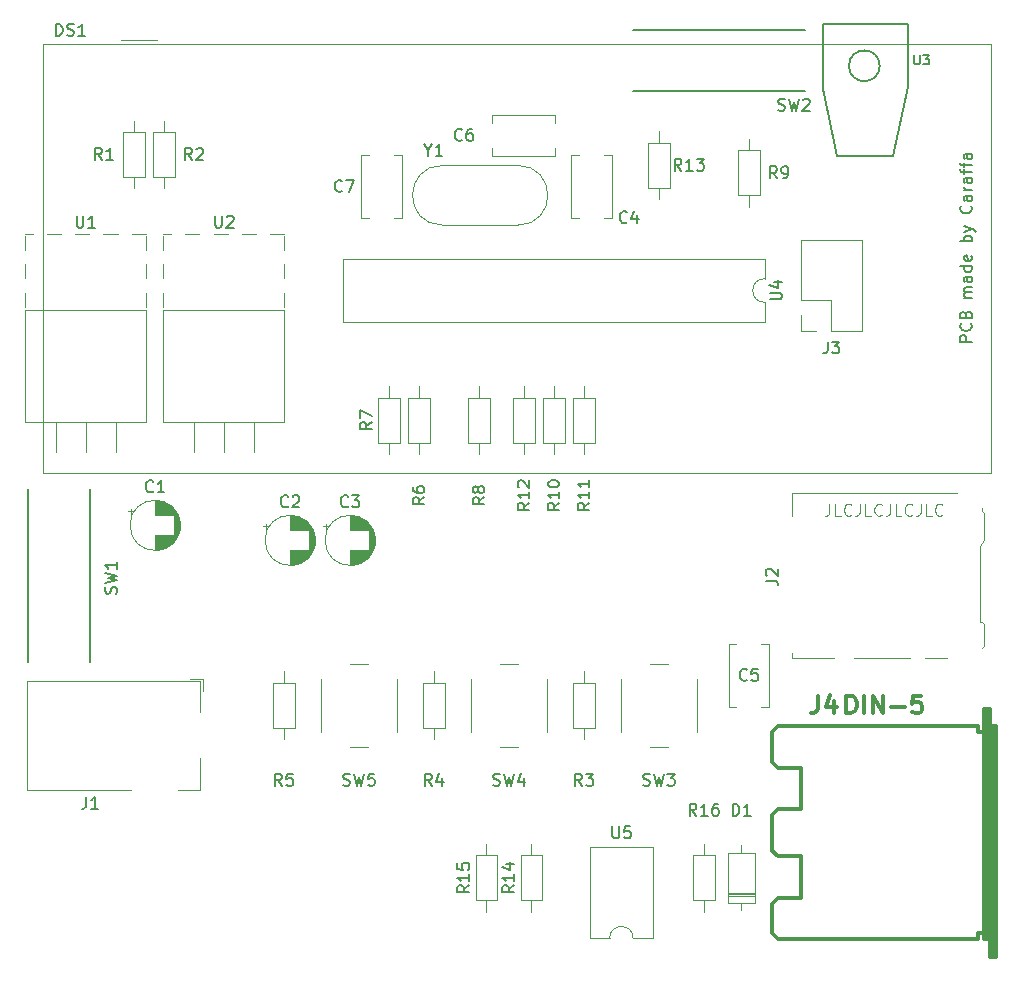
<source format=gbr>
%TF.GenerationSoftware,KiCad,Pcbnew,7.0.7-7.0.7~ubuntu22.04.1*%
%TF.CreationDate,2023-10-02T11:26:38+02:00*%
%TF.ProjectId,interrupter,696e7465-7272-4757-9074-65722e6b6963,rev?*%
%TF.SameCoordinates,Original*%
%TF.FileFunction,Legend,Top*%
%TF.FilePolarity,Positive*%
%FSLAX46Y46*%
G04 Gerber Fmt 4.6, Leading zero omitted, Abs format (unit mm)*
G04 Created by KiCad (PCBNEW 7.0.7-7.0.7~ubuntu22.04.1) date 2023-10-02 11:26:38*
%MOMM*%
%LPD*%
G01*
G04 APERTURE LIST*
%ADD10C,0.125000*%
%ADD11C,0.150000*%
%ADD12C,0.300000*%
%ADD13C,0.120000*%
%ADD14C,0.304800*%
%ADD15C,0.127000*%
G04 APERTURE END LIST*
D10*
X90630951Y-66766119D02*
X90630951Y-67480404D01*
X90630951Y-67480404D02*
X90583332Y-67623261D01*
X90583332Y-67623261D02*
X90488094Y-67718500D01*
X90488094Y-67718500D02*
X90345237Y-67766119D01*
X90345237Y-67766119D02*
X90249999Y-67766119D01*
X91583332Y-67766119D02*
X91107142Y-67766119D01*
X91107142Y-67766119D02*
X91107142Y-66766119D01*
X92488094Y-67670880D02*
X92440475Y-67718500D01*
X92440475Y-67718500D02*
X92297618Y-67766119D01*
X92297618Y-67766119D02*
X92202380Y-67766119D01*
X92202380Y-67766119D02*
X92059523Y-67718500D01*
X92059523Y-67718500D02*
X91964285Y-67623261D01*
X91964285Y-67623261D02*
X91916666Y-67528023D01*
X91916666Y-67528023D02*
X91869047Y-67337547D01*
X91869047Y-67337547D02*
X91869047Y-67194690D01*
X91869047Y-67194690D02*
X91916666Y-67004214D01*
X91916666Y-67004214D02*
X91964285Y-66908976D01*
X91964285Y-66908976D02*
X92059523Y-66813738D01*
X92059523Y-66813738D02*
X92202380Y-66766119D01*
X92202380Y-66766119D02*
X92297618Y-66766119D01*
X92297618Y-66766119D02*
X92440475Y-66813738D01*
X92440475Y-66813738D02*
X92488094Y-66861357D01*
X93202380Y-66766119D02*
X93202380Y-67480404D01*
X93202380Y-67480404D02*
X93154761Y-67623261D01*
X93154761Y-67623261D02*
X93059523Y-67718500D01*
X93059523Y-67718500D02*
X92916666Y-67766119D01*
X92916666Y-67766119D02*
X92821428Y-67766119D01*
X94154761Y-67766119D02*
X93678571Y-67766119D01*
X93678571Y-67766119D02*
X93678571Y-66766119D01*
X95059523Y-67670880D02*
X95011904Y-67718500D01*
X95011904Y-67718500D02*
X94869047Y-67766119D01*
X94869047Y-67766119D02*
X94773809Y-67766119D01*
X94773809Y-67766119D02*
X94630952Y-67718500D01*
X94630952Y-67718500D02*
X94535714Y-67623261D01*
X94535714Y-67623261D02*
X94488095Y-67528023D01*
X94488095Y-67528023D02*
X94440476Y-67337547D01*
X94440476Y-67337547D02*
X94440476Y-67194690D01*
X94440476Y-67194690D02*
X94488095Y-67004214D01*
X94488095Y-67004214D02*
X94535714Y-66908976D01*
X94535714Y-66908976D02*
X94630952Y-66813738D01*
X94630952Y-66813738D02*
X94773809Y-66766119D01*
X94773809Y-66766119D02*
X94869047Y-66766119D01*
X94869047Y-66766119D02*
X95011904Y-66813738D01*
X95011904Y-66813738D02*
X95059523Y-66861357D01*
X95773809Y-66766119D02*
X95773809Y-67480404D01*
X95773809Y-67480404D02*
X95726190Y-67623261D01*
X95726190Y-67623261D02*
X95630952Y-67718500D01*
X95630952Y-67718500D02*
X95488095Y-67766119D01*
X95488095Y-67766119D02*
X95392857Y-67766119D01*
X96726190Y-67766119D02*
X96250000Y-67766119D01*
X96250000Y-67766119D02*
X96250000Y-66766119D01*
X97630952Y-67670880D02*
X97583333Y-67718500D01*
X97583333Y-67718500D02*
X97440476Y-67766119D01*
X97440476Y-67766119D02*
X97345238Y-67766119D01*
X97345238Y-67766119D02*
X97202381Y-67718500D01*
X97202381Y-67718500D02*
X97107143Y-67623261D01*
X97107143Y-67623261D02*
X97059524Y-67528023D01*
X97059524Y-67528023D02*
X97011905Y-67337547D01*
X97011905Y-67337547D02*
X97011905Y-67194690D01*
X97011905Y-67194690D02*
X97059524Y-67004214D01*
X97059524Y-67004214D02*
X97107143Y-66908976D01*
X97107143Y-66908976D02*
X97202381Y-66813738D01*
X97202381Y-66813738D02*
X97345238Y-66766119D01*
X97345238Y-66766119D02*
X97440476Y-66766119D01*
X97440476Y-66766119D02*
X97583333Y-66813738D01*
X97583333Y-66813738D02*
X97630952Y-66861357D01*
X98345238Y-66766119D02*
X98345238Y-67480404D01*
X98345238Y-67480404D02*
X98297619Y-67623261D01*
X98297619Y-67623261D02*
X98202381Y-67718500D01*
X98202381Y-67718500D02*
X98059524Y-67766119D01*
X98059524Y-67766119D02*
X97964286Y-67766119D01*
X99297619Y-67766119D02*
X98821429Y-67766119D01*
X98821429Y-67766119D02*
X98821429Y-66766119D01*
X100202381Y-67670880D02*
X100154762Y-67718500D01*
X100154762Y-67718500D02*
X100011905Y-67766119D01*
X100011905Y-67766119D02*
X99916667Y-67766119D01*
X99916667Y-67766119D02*
X99773810Y-67718500D01*
X99773810Y-67718500D02*
X99678572Y-67623261D01*
X99678572Y-67623261D02*
X99630953Y-67528023D01*
X99630953Y-67528023D02*
X99583334Y-67337547D01*
X99583334Y-67337547D02*
X99583334Y-67194690D01*
X99583334Y-67194690D02*
X99630953Y-67004214D01*
X99630953Y-67004214D02*
X99678572Y-66908976D01*
X99678572Y-66908976D02*
X99773810Y-66813738D01*
X99773810Y-66813738D02*
X99916667Y-66766119D01*
X99916667Y-66766119D02*
X100011905Y-66766119D01*
X100011905Y-66766119D02*
X100154762Y-66813738D01*
X100154762Y-66813738D02*
X100202381Y-66861357D01*
D11*
X102689819Y-53061191D02*
X101689819Y-53061191D01*
X101689819Y-53061191D02*
X101689819Y-52680239D01*
X101689819Y-52680239D02*
X101737438Y-52585001D01*
X101737438Y-52585001D02*
X101785057Y-52537382D01*
X101785057Y-52537382D02*
X101880295Y-52489763D01*
X101880295Y-52489763D02*
X102023152Y-52489763D01*
X102023152Y-52489763D02*
X102118390Y-52537382D01*
X102118390Y-52537382D02*
X102166009Y-52585001D01*
X102166009Y-52585001D02*
X102213628Y-52680239D01*
X102213628Y-52680239D02*
X102213628Y-53061191D01*
X102594580Y-51489763D02*
X102642200Y-51537382D01*
X102642200Y-51537382D02*
X102689819Y-51680239D01*
X102689819Y-51680239D02*
X102689819Y-51775477D01*
X102689819Y-51775477D02*
X102642200Y-51918334D01*
X102642200Y-51918334D02*
X102546961Y-52013572D01*
X102546961Y-52013572D02*
X102451723Y-52061191D01*
X102451723Y-52061191D02*
X102261247Y-52108810D01*
X102261247Y-52108810D02*
X102118390Y-52108810D01*
X102118390Y-52108810D02*
X101927914Y-52061191D01*
X101927914Y-52061191D02*
X101832676Y-52013572D01*
X101832676Y-52013572D02*
X101737438Y-51918334D01*
X101737438Y-51918334D02*
X101689819Y-51775477D01*
X101689819Y-51775477D02*
X101689819Y-51680239D01*
X101689819Y-51680239D02*
X101737438Y-51537382D01*
X101737438Y-51537382D02*
X101785057Y-51489763D01*
X102166009Y-50727858D02*
X102213628Y-50585001D01*
X102213628Y-50585001D02*
X102261247Y-50537382D01*
X102261247Y-50537382D02*
X102356485Y-50489763D01*
X102356485Y-50489763D02*
X102499342Y-50489763D01*
X102499342Y-50489763D02*
X102594580Y-50537382D01*
X102594580Y-50537382D02*
X102642200Y-50585001D01*
X102642200Y-50585001D02*
X102689819Y-50680239D01*
X102689819Y-50680239D02*
X102689819Y-51061191D01*
X102689819Y-51061191D02*
X101689819Y-51061191D01*
X101689819Y-51061191D02*
X101689819Y-50727858D01*
X101689819Y-50727858D02*
X101737438Y-50632620D01*
X101737438Y-50632620D02*
X101785057Y-50585001D01*
X101785057Y-50585001D02*
X101880295Y-50537382D01*
X101880295Y-50537382D02*
X101975533Y-50537382D01*
X101975533Y-50537382D02*
X102070771Y-50585001D01*
X102070771Y-50585001D02*
X102118390Y-50632620D01*
X102118390Y-50632620D02*
X102166009Y-50727858D01*
X102166009Y-50727858D02*
X102166009Y-51061191D01*
X102689819Y-49299286D02*
X102023152Y-49299286D01*
X102118390Y-49299286D02*
X102070771Y-49251667D01*
X102070771Y-49251667D02*
X102023152Y-49156429D01*
X102023152Y-49156429D02*
X102023152Y-49013572D01*
X102023152Y-49013572D02*
X102070771Y-48918334D01*
X102070771Y-48918334D02*
X102166009Y-48870715D01*
X102166009Y-48870715D02*
X102689819Y-48870715D01*
X102166009Y-48870715D02*
X102070771Y-48823096D01*
X102070771Y-48823096D02*
X102023152Y-48727858D01*
X102023152Y-48727858D02*
X102023152Y-48585001D01*
X102023152Y-48585001D02*
X102070771Y-48489762D01*
X102070771Y-48489762D02*
X102166009Y-48442143D01*
X102166009Y-48442143D02*
X102689819Y-48442143D01*
X102689819Y-47537382D02*
X102166009Y-47537382D01*
X102166009Y-47537382D02*
X102070771Y-47585001D01*
X102070771Y-47585001D02*
X102023152Y-47680239D01*
X102023152Y-47680239D02*
X102023152Y-47870715D01*
X102023152Y-47870715D02*
X102070771Y-47965953D01*
X102642200Y-47537382D02*
X102689819Y-47632620D01*
X102689819Y-47632620D02*
X102689819Y-47870715D01*
X102689819Y-47870715D02*
X102642200Y-47965953D01*
X102642200Y-47965953D02*
X102546961Y-48013572D01*
X102546961Y-48013572D02*
X102451723Y-48013572D01*
X102451723Y-48013572D02*
X102356485Y-47965953D01*
X102356485Y-47965953D02*
X102308866Y-47870715D01*
X102308866Y-47870715D02*
X102308866Y-47632620D01*
X102308866Y-47632620D02*
X102261247Y-47537382D01*
X102689819Y-46632620D02*
X101689819Y-46632620D01*
X102642200Y-46632620D02*
X102689819Y-46727858D01*
X102689819Y-46727858D02*
X102689819Y-46918334D01*
X102689819Y-46918334D02*
X102642200Y-47013572D01*
X102642200Y-47013572D02*
X102594580Y-47061191D01*
X102594580Y-47061191D02*
X102499342Y-47108810D01*
X102499342Y-47108810D02*
X102213628Y-47108810D01*
X102213628Y-47108810D02*
X102118390Y-47061191D01*
X102118390Y-47061191D02*
X102070771Y-47013572D01*
X102070771Y-47013572D02*
X102023152Y-46918334D01*
X102023152Y-46918334D02*
X102023152Y-46727858D01*
X102023152Y-46727858D02*
X102070771Y-46632620D01*
X102642200Y-45775477D02*
X102689819Y-45870715D01*
X102689819Y-45870715D02*
X102689819Y-46061191D01*
X102689819Y-46061191D02*
X102642200Y-46156429D01*
X102642200Y-46156429D02*
X102546961Y-46204048D01*
X102546961Y-46204048D02*
X102166009Y-46204048D01*
X102166009Y-46204048D02*
X102070771Y-46156429D01*
X102070771Y-46156429D02*
X102023152Y-46061191D01*
X102023152Y-46061191D02*
X102023152Y-45870715D01*
X102023152Y-45870715D02*
X102070771Y-45775477D01*
X102070771Y-45775477D02*
X102166009Y-45727858D01*
X102166009Y-45727858D02*
X102261247Y-45727858D01*
X102261247Y-45727858D02*
X102356485Y-46204048D01*
X102689819Y-44537381D02*
X101689819Y-44537381D01*
X102070771Y-44537381D02*
X102023152Y-44442143D01*
X102023152Y-44442143D02*
X102023152Y-44251667D01*
X102023152Y-44251667D02*
X102070771Y-44156429D01*
X102070771Y-44156429D02*
X102118390Y-44108810D01*
X102118390Y-44108810D02*
X102213628Y-44061191D01*
X102213628Y-44061191D02*
X102499342Y-44061191D01*
X102499342Y-44061191D02*
X102594580Y-44108810D01*
X102594580Y-44108810D02*
X102642200Y-44156429D01*
X102642200Y-44156429D02*
X102689819Y-44251667D01*
X102689819Y-44251667D02*
X102689819Y-44442143D01*
X102689819Y-44442143D02*
X102642200Y-44537381D01*
X102023152Y-43727857D02*
X102689819Y-43489762D01*
X102023152Y-43251667D02*
X102689819Y-43489762D01*
X102689819Y-43489762D02*
X102927914Y-43585000D01*
X102927914Y-43585000D02*
X102975533Y-43632619D01*
X102975533Y-43632619D02*
X103023152Y-43727857D01*
X102594580Y-41537381D02*
X102642200Y-41585000D01*
X102642200Y-41585000D02*
X102689819Y-41727857D01*
X102689819Y-41727857D02*
X102689819Y-41823095D01*
X102689819Y-41823095D02*
X102642200Y-41965952D01*
X102642200Y-41965952D02*
X102546961Y-42061190D01*
X102546961Y-42061190D02*
X102451723Y-42108809D01*
X102451723Y-42108809D02*
X102261247Y-42156428D01*
X102261247Y-42156428D02*
X102118390Y-42156428D01*
X102118390Y-42156428D02*
X101927914Y-42108809D01*
X101927914Y-42108809D02*
X101832676Y-42061190D01*
X101832676Y-42061190D02*
X101737438Y-41965952D01*
X101737438Y-41965952D02*
X101689819Y-41823095D01*
X101689819Y-41823095D02*
X101689819Y-41727857D01*
X101689819Y-41727857D02*
X101737438Y-41585000D01*
X101737438Y-41585000D02*
X101785057Y-41537381D01*
X102689819Y-40680238D02*
X102166009Y-40680238D01*
X102166009Y-40680238D02*
X102070771Y-40727857D01*
X102070771Y-40727857D02*
X102023152Y-40823095D01*
X102023152Y-40823095D02*
X102023152Y-41013571D01*
X102023152Y-41013571D02*
X102070771Y-41108809D01*
X102642200Y-40680238D02*
X102689819Y-40775476D01*
X102689819Y-40775476D02*
X102689819Y-41013571D01*
X102689819Y-41013571D02*
X102642200Y-41108809D01*
X102642200Y-41108809D02*
X102546961Y-41156428D01*
X102546961Y-41156428D02*
X102451723Y-41156428D01*
X102451723Y-41156428D02*
X102356485Y-41108809D01*
X102356485Y-41108809D02*
X102308866Y-41013571D01*
X102308866Y-41013571D02*
X102308866Y-40775476D01*
X102308866Y-40775476D02*
X102261247Y-40680238D01*
X102689819Y-40204047D02*
X102023152Y-40204047D01*
X102213628Y-40204047D02*
X102118390Y-40156428D01*
X102118390Y-40156428D02*
X102070771Y-40108809D01*
X102070771Y-40108809D02*
X102023152Y-40013571D01*
X102023152Y-40013571D02*
X102023152Y-39918333D01*
X102689819Y-39156428D02*
X102166009Y-39156428D01*
X102166009Y-39156428D02*
X102070771Y-39204047D01*
X102070771Y-39204047D02*
X102023152Y-39299285D01*
X102023152Y-39299285D02*
X102023152Y-39489761D01*
X102023152Y-39489761D02*
X102070771Y-39584999D01*
X102642200Y-39156428D02*
X102689819Y-39251666D01*
X102689819Y-39251666D02*
X102689819Y-39489761D01*
X102689819Y-39489761D02*
X102642200Y-39584999D01*
X102642200Y-39584999D02*
X102546961Y-39632618D01*
X102546961Y-39632618D02*
X102451723Y-39632618D01*
X102451723Y-39632618D02*
X102356485Y-39584999D01*
X102356485Y-39584999D02*
X102308866Y-39489761D01*
X102308866Y-39489761D02*
X102308866Y-39251666D01*
X102308866Y-39251666D02*
X102261247Y-39156428D01*
X102023152Y-38823094D02*
X102023152Y-38442142D01*
X102689819Y-38680237D02*
X101832676Y-38680237D01*
X101832676Y-38680237D02*
X101737438Y-38632618D01*
X101737438Y-38632618D02*
X101689819Y-38537380D01*
X101689819Y-38537380D02*
X101689819Y-38442142D01*
X102023152Y-38251665D02*
X102023152Y-37870713D01*
X102689819Y-38108808D02*
X101832676Y-38108808D01*
X101832676Y-38108808D02*
X101737438Y-38061189D01*
X101737438Y-38061189D02*
X101689819Y-37965951D01*
X101689819Y-37965951D02*
X101689819Y-37870713D01*
X102689819Y-37108808D02*
X102166009Y-37108808D01*
X102166009Y-37108808D02*
X102070771Y-37156427D01*
X102070771Y-37156427D02*
X102023152Y-37251665D01*
X102023152Y-37251665D02*
X102023152Y-37442141D01*
X102023152Y-37442141D02*
X102070771Y-37537379D01*
X102642200Y-37108808D02*
X102689819Y-37204046D01*
X102689819Y-37204046D02*
X102689819Y-37442141D01*
X102689819Y-37442141D02*
X102642200Y-37537379D01*
X102642200Y-37537379D02*
X102546961Y-37584998D01*
X102546961Y-37584998D02*
X102451723Y-37584998D01*
X102451723Y-37584998D02*
X102356485Y-37537379D01*
X102356485Y-37537379D02*
X102308866Y-37442141D01*
X102308866Y-37442141D02*
X102308866Y-37204046D01*
X102308866Y-37204046D02*
X102261247Y-37108808D01*
X85254819Y-73273333D02*
X85969104Y-73273333D01*
X85969104Y-73273333D02*
X86111961Y-73320952D01*
X86111961Y-73320952D02*
X86207200Y-73416190D01*
X86207200Y-73416190D02*
X86254819Y-73559047D01*
X86254819Y-73559047D02*
X86254819Y-73654285D01*
X85350057Y-72844761D02*
X85302438Y-72797142D01*
X85302438Y-72797142D02*
X85254819Y-72701904D01*
X85254819Y-72701904D02*
X85254819Y-72463809D01*
X85254819Y-72463809D02*
X85302438Y-72368571D01*
X85302438Y-72368571D02*
X85350057Y-72320952D01*
X85350057Y-72320952D02*
X85445295Y-72273333D01*
X85445295Y-72273333D02*
X85540533Y-72273333D01*
X85540533Y-72273333D02*
X85683390Y-72320952D01*
X85683390Y-72320952D02*
X86254819Y-72892380D01*
X86254819Y-72892380D02*
X86254819Y-72273333D01*
X90471666Y-53024819D02*
X90471666Y-53739104D01*
X90471666Y-53739104D02*
X90424047Y-53881961D01*
X90424047Y-53881961D02*
X90328809Y-53977200D01*
X90328809Y-53977200D02*
X90185952Y-54024819D01*
X90185952Y-54024819D02*
X90090714Y-54024819D01*
X90852619Y-53024819D02*
X91471666Y-53024819D01*
X91471666Y-53024819D02*
X91138333Y-53405771D01*
X91138333Y-53405771D02*
X91281190Y-53405771D01*
X91281190Y-53405771D02*
X91376428Y-53453390D01*
X91376428Y-53453390D02*
X91424047Y-53501009D01*
X91424047Y-53501009D02*
X91471666Y-53596247D01*
X91471666Y-53596247D02*
X91471666Y-53834342D01*
X91471666Y-53834342D02*
X91424047Y-53929580D01*
X91424047Y-53929580D02*
X91376428Y-53977200D01*
X91376428Y-53977200D02*
X91281190Y-54024819D01*
X91281190Y-54024819D02*
X90995476Y-54024819D01*
X90995476Y-54024819D02*
X90900238Y-53977200D01*
X90900238Y-53977200D02*
X90852619Y-53929580D01*
D12*
X89670000Y-82998328D02*
X89670000Y-84069757D01*
X89670000Y-84069757D02*
X89598571Y-84284042D01*
X89598571Y-84284042D02*
X89455714Y-84426900D01*
X89455714Y-84426900D02*
X89241428Y-84498328D01*
X89241428Y-84498328D02*
X89098571Y-84498328D01*
X91027143Y-83498328D02*
X91027143Y-84498328D01*
X90670000Y-82926900D02*
X90312857Y-83998328D01*
X90312857Y-83998328D02*
X91241428Y-83998328D01*
X92071428Y-84498328D02*
X92071428Y-82998328D01*
X92071428Y-82998328D02*
X92428571Y-82998328D01*
X92428571Y-82998328D02*
X92642857Y-83069757D01*
X92642857Y-83069757D02*
X92785714Y-83212614D01*
X92785714Y-83212614D02*
X92857143Y-83355471D01*
X92857143Y-83355471D02*
X92928571Y-83641185D01*
X92928571Y-83641185D02*
X92928571Y-83855471D01*
X92928571Y-83855471D02*
X92857143Y-84141185D01*
X92857143Y-84141185D02*
X92785714Y-84284042D01*
X92785714Y-84284042D02*
X92642857Y-84426900D01*
X92642857Y-84426900D02*
X92428571Y-84498328D01*
X92428571Y-84498328D02*
X92071428Y-84498328D01*
X93571428Y-84498328D02*
X93571428Y-82998328D01*
X94285714Y-84498328D02*
X94285714Y-82998328D01*
X94285714Y-82998328D02*
X95142857Y-84498328D01*
X95142857Y-84498328D02*
X95142857Y-82998328D01*
X95857143Y-83926900D02*
X97000001Y-83926900D01*
X98428572Y-82998328D02*
X97714286Y-82998328D01*
X97714286Y-82998328D02*
X97642858Y-83712614D01*
X97642858Y-83712614D02*
X97714286Y-83641185D01*
X97714286Y-83641185D02*
X97857144Y-83569757D01*
X97857144Y-83569757D02*
X98214286Y-83569757D01*
X98214286Y-83569757D02*
X98357144Y-83641185D01*
X98357144Y-83641185D02*
X98428572Y-83712614D01*
X98428572Y-83712614D02*
X98500001Y-83855471D01*
X98500001Y-83855471D02*
X98500001Y-84212614D01*
X98500001Y-84212614D02*
X98428572Y-84355471D01*
X98428572Y-84355471D02*
X98357144Y-84426900D01*
X98357144Y-84426900D02*
X98214286Y-84498328D01*
X98214286Y-84498328D02*
X97857144Y-84498328D01*
X97857144Y-84498328D02*
X97714286Y-84426900D01*
X97714286Y-84426900D02*
X97642858Y-84355471D01*
D11*
X27696666Y-91564819D02*
X27696666Y-92279104D01*
X27696666Y-92279104D02*
X27649047Y-92421961D01*
X27649047Y-92421961D02*
X27553809Y-92517200D01*
X27553809Y-92517200D02*
X27410952Y-92564819D01*
X27410952Y-92564819D02*
X27315714Y-92564819D01*
X28696666Y-92564819D02*
X28125238Y-92564819D01*
X28410952Y-92564819D02*
X28410952Y-91564819D01*
X28410952Y-91564819D02*
X28315714Y-91707676D01*
X28315714Y-91707676D02*
X28220476Y-91802914D01*
X28220476Y-91802914D02*
X28125238Y-91850533D01*
X38608095Y-42374819D02*
X38608095Y-43184342D01*
X38608095Y-43184342D02*
X38655714Y-43279580D01*
X38655714Y-43279580D02*
X38703333Y-43327200D01*
X38703333Y-43327200D02*
X38798571Y-43374819D01*
X38798571Y-43374819D02*
X38989047Y-43374819D01*
X38989047Y-43374819D02*
X39084285Y-43327200D01*
X39084285Y-43327200D02*
X39131904Y-43279580D01*
X39131904Y-43279580D02*
X39179523Y-43184342D01*
X39179523Y-43184342D02*
X39179523Y-42374819D01*
X39608095Y-42470057D02*
X39655714Y-42422438D01*
X39655714Y-42422438D02*
X39750952Y-42374819D01*
X39750952Y-42374819D02*
X39989047Y-42374819D01*
X39989047Y-42374819D02*
X40084285Y-42422438D01*
X40084285Y-42422438D02*
X40131904Y-42470057D01*
X40131904Y-42470057D02*
X40179523Y-42565295D01*
X40179523Y-42565295D02*
X40179523Y-42660533D01*
X40179523Y-42660533D02*
X40131904Y-42803390D01*
X40131904Y-42803390D02*
X39560476Y-43374819D01*
X39560476Y-43374819D02*
X40179523Y-43374819D01*
X97825074Y-28779065D02*
X97825074Y-29416486D01*
X97825074Y-29416486D02*
X97862570Y-29491476D01*
X97862570Y-29491476D02*
X97900065Y-29528972D01*
X97900065Y-29528972D02*
X97975056Y-29566467D01*
X97975056Y-29566467D02*
X98125037Y-29566467D01*
X98125037Y-29566467D02*
X98200028Y-29528972D01*
X98200028Y-29528972D02*
X98237523Y-29491476D01*
X98237523Y-29491476D02*
X98275018Y-29416486D01*
X98275018Y-29416486D02*
X98275018Y-28779065D01*
X98574981Y-28779065D02*
X99062420Y-28779065D01*
X99062420Y-28779065D02*
X98799953Y-29079028D01*
X98799953Y-29079028D02*
X98912439Y-29079028D01*
X98912439Y-29079028D02*
X98987429Y-29116523D01*
X98987429Y-29116523D02*
X99024925Y-29154018D01*
X99024925Y-29154018D02*
X99062420Y-29229009D01*
X99062420Y-29229009D02*
X99062420Y-29416486D01*
X99062420Y-29416486D02*
X99024925Y-29491476D01*
X99024925Y-29491476D02*
X98987429Y-29528972D01*
X98987429Y-29528972D02*
X98912439Y-29566467D01*
X98912439Y-29566467D02*
X98687467Y-29566467D01*
X98687467Y-29566467D02*
X98612476Y-29528972D01*
X98612476Y-29528972D02*
X98574981Y-29491476D01*
X83653333Y-81639580D02*
X83605714Y-81687200D01*
X83605714Y-81687200D02*
X83462857Y-81734819D01*
X83462857Y-81734819D02*
X83367619Y-81734819D01*
X83367619Y-81734819D02*
X83224762Y-81687200D01*
X83224762Y-81687200D02*
X83129524Y-81591961D01*
X83129524Y-81591961D02*
X83081905Y-81496723D01*
X83081905Y-81496723D02*
X83034286Y-81306247D01*
X83034286Y-81306247D02*
X83034286Y-81163390D01*
X83034286Y-81163390D02*
X83081905Y-80972914D01*
X83081905Y-80972914D02*
X83129524Y-80877676D01*
X83129524Y-80877676D02*
X83224762Y-80782438D01*
X83224762Y-80782438D02*
X83367619Y-80734819D01*
X83367619Y-80734819D02*
X83462857Y-80734819D01*
X83462857Y-80734819D02*
X83605714Y-80782438D01*
X83605714Y-80782438D02*
X83653333Y-80830057D01*
X84558095Y-80734819D02*
X84081905Y-80734819D01*
X84081905Y-80734819D02*
X84034286Y-81211009D01*
X84034286Y-81211009D02*
X84081905Y-81163390D01*
X84081905Y-81163390D02*
X84177143Y-81115771D01*
X84177143Y-81115771D02*
X84415238Y-81115771D01*
X84415238Y-81115771D02*
X84510476Y-81163390D01*
X84510476Y-81163390D02*
X84558095Y-81211009D01*
X84558095Y-81211009D02*
X84605714Y-81306247D01*
X84605714Y-81306247D02*
X84605714Y-81544342D01*
X84605714Y-81544342D02*
X84558095Y-81639580D01*
X84558095Y-81639580D02*
X84510476Y-81687200D01*
X84510476Y-81687200D02*
X84415238Y-81734819D01*
X84415238Y-81734819D02*
X84177143Y-81734819D01*
X84177143Y-81734819D02*
X84081905Y-81687200D01*
X84081905Y-81687200D02*
X84034286Y-81639580D01*
X86296667Y-33427200D02*
X86439524Y-33474819D01*
X86439524Y-33474819D02*
X86677619Y-33474819D01*
X86677619Y-33474819D02*
X86772857Y-33427200D01*
X86772857Y-33427200D02*
X86820476Y-33379580D01*
X86820476Y-33379580D02*
X86868095Y-33284342D01*
X86868095Y-33284342D02*
X86868095Y-33189104D01*
X86868095Y-33189104D02*
X86820476Y-33093866D01*
X86820476Y-33093866D02*
X86772857Y-33046247D01*
X86772857Y-33046247D02*
X86677619Y-32998628D01*
X86677619Y-32998628D02*
X86487143Y-32951009D01*
X86487143Y-32951009D02*
X86391905Y-32903390D01*
X86391905Y-32903390D02*
X86344286Y-32855771D01*
X86344286Y-32855771D02*
X86296667Y-32760533D01*
X86296667Y-32760533D02*
X86296667Y-32665295D01*
X86296667Y-32665295D02*
X86344286Y-32570057D01*
X86344286Y-32570057D02*
X86391905Y-32522438D01*
X86391905Y-32522438D02*
X86487143Y-32474819D01*
X86487143Y-32474819D02*
X86725238Y-32474819D01*
X86725238Y-32474819D02*
X86868095Y-32522438D01*
X87201429Y-32474819D02*
X87439524Y-33474819D01*
X87439524Y-33474819D02*
X87630000Y-32760533D01*
X87630000Y-32760533D02*
X87820476Y-33474819D01*
X87820476Y-33474819D02*
X88058572Y-32474819D01*
X88391905Y-32570057D02*
X88439524Y-32522438D01*
X88439524Y-32522438D02*
X88534762Y-32474819D01*
X88534762Y-32474819D02*
X88772857Y-32474819D01*
X88772857Y-32474819D02*
X88868095Y-32522438D01*
X88868095Y-32522438D02*
X88915714Y-32570057D01*
X88915714Y-32570057D02*
X88963333Y-32665295D01*
X88963333Y-32665295D02*
X88963333Y-32760533D01*
X88963333Y-32760533D02*
X88915714Y-32903390D01*
X88915714Y-32903390D02*
X88344286Y-33474819D01*
X88344286Y-33474819D02*
X88963333Y-33474819D01*
X63939819Y-99067857D02*
X63463628Y-99401190D01*
X63939819Y-99639285D02*
X62939819Y-99639285D01*
X62939819Y-99639285D02*
X62939819Y-99258333D01*
X62939819Y-99258333D02*
X62987438Y-99163095D01*
X62987438Y-99163095D02*
X63035057Y-99115476D01*
X63035057Y-99115476D02*
X63130295Y-99067857D01*
X63130295Y-99067857D02*
X63273152Y-99067857D01*
X63273152Y-99067857D02*
X63368390Y-99115476D01*
X63368390Y-99115476D02*
X63416009Y-99163095D01*
X63416009Y-99163095D02*
X63463628Y-99258333D01*
X63463628Y-99258333D02*
X63463628Y-99639285D01*
X63939819Y-98115476D02*
X63939819Y-98686904D01*
X63939819Y-98401190D02*
X62939819Y-98401190D01*
X62939819Y-98401190D02*
X63082676Y-98496428D01*
X63082676Y-98496428D02*
X63177914Y-98591666D01*
X63177914Y-98591666D02*
X63225533Y-98686904D01*
X63273152Y-97258333D02*
X63939819Y-97258333D01*
X62892200Y-97496428D02*
X63606485Y-97734523D01*
X63606485Y-97734523D02*
X63606485Y-97115476D01*
X56673809Y-36808628D02*
X56673809Y-37284819D01*
X56340476Y-36284819D02*
X56673809Y-36808628D01*
X56673809Y-36808628D02*
X57007142Y-36284819D01*
X57864285Y-37284819D02*
X57292857Y-37284819D01*
X57578571Y-37284819D02*
X57578571Y-36284819D01*
X57578571Y-36284819D02*
X57483333Y-36427676D01*
X57483333Y-36427676D02*
X57388095Y-36522914D01*
X57388095Y-36522914D02*
X57292857Y-36570533D01*
X25134814Y-27124819D02*
X25134814Y-26124819D01*
X25134814Y-26124819D02*
X25372909Y-26124819D01*
X25372909Y-26124819D02*
X25515766Y-26172438D01*
X25515766Y-26172438D02*
X25611004Y-26267676D01*
X25611004Y-26267676D02*
X25658623Y-26362914D01*
X25658623Y-26362914D02*
X25706242Y-26553390D01*
X25706242Y-26553390D02*
X25706242Y-26696247D01*
X25706242Y-26696247D02*
X25658623Y-26886723D01*
X25658623Y-26886723D02*
X25611004Y-26981961D01*
X25611004Y-26981961D02*
X25515766Y-27077200D01*
X25515766Y-27077200D02*
X25372909Y-27124819D01*
X25372909Y-27124819D02*
X25134814Y-27124819D01*
X26087195Y-27077200D02*
X26230052Y-27124819D01*
X26230052Y-27124819D02*
X26468147Y-27124819D01*
X26468147Y-27124819D02*
X26563385Y-27077200D01*
X26563385Y-27077200D02*
X26611004Y-27029580D01*
X26611004Y-27029580D02*
X26658623Y-26934342D01*
X26658623Y-26934342D02*
X26658623Y-26839104D01*
X26658623Y-26839104D02*
X26611004Y-26743866D01*
X26611004Y-26743866D02*
X26563385Y-26696247D01*
X26563385Y-26696247D02*
X26468147Y-26648628D01*
X26468147Y-26648628D02*
X26277671Y-26601009D01*
X26277671Y-26601009D02*
X26182433Y-26553390D01*
X26182433Y-26553390D02*
X26134814Y-26505771D01*
X26134814Y-26505771D02*
X26087195Y-26410533D01*
X26087195Y-26410533D02*
X26087195Y-26315295D01*
X26087195Y-26315295D02*
X26134814Y-26220057D01*
X26134814Y-26220057D02*
X26182433Y-26172438D01*
X26182433Y-26172438D02*
X26277671Y-26124819D01*
X26277671Y-26124819D02*
X26515766Y-26124819D01*
X26515766Y-26124819D02*
X26658623Y-26172438D01*
X27611004Y-27124819D02*
X27039576Y-27124819D01*
X27325290Y-27124819D02*
X27325290Y-26124819D01*
X27325290Y-26124819D02*
X27230052Y-26267676D01*
X27230052Y-26267676D02*
X27134814Y-26362914D01*
X27134814Y-26362914D02*
X27039576Y-26410533D01*
X72263095Y-94069819D02*
X72263095Y-94879342D01*
X72263095Y-94879342D02*
X72310714Y-94974580D01*
X72310714Y-94974580D02*
X72358333Y-95022200D01*
X72358333Y-95022200D02*
X72453571Y-95069819D01*
X72453571Y-95069819D02*
X72644047Y-95069819D01*
X72644047Y-95069819D02*
X72739285Y-95022200D01*
X72739285Y-95022200D02*
X72786904Y-94974580D01*
X72786904Y-94974580D02*
X72834523Y-94879342D01*
X72834523Y-94879342D02*
X72834523Y-94069819D01*
X73786904Y-94069819D02*
X73310714Y-94069819D01*
X73310714Y-94069819D02*
X73263095Y-94546009D01*
X73263095Y-94546009D02*
X73310714Y-94498390D01*
X73310714Y-94498390D02*
X73405952Y-94450771D01*
X73405952Y-94450771D02*
X73644047Y-94450771D01*
X73644047Y-94450771D02*
X73739285Y-94498390D01*
X73739285Y-94498390D02*
X73786904Y-94546009D01*
X73786904Y-94546009D02*
X73834523Y-94641247D01*
X73834523Y-94641247D02*
X73834523Y-94879342D01*
X73834523Y-94879342D02*
X73786904Y-94974580D01*
X73786904Y-94974580D02*
X73739285Y-95022200D01*
X73739285Y-95022200D02*
X73644047Y-95069819D01*
X73644047Y-95069819D02*
X73405952Y-95069819D01*
X73405952Y-95069819D02*
X73310714Y-95022200D01*
X73310714Y-95022200D02*
X73263095Y-94974580D01*
X70304819Y-66682857D02*
X69828628Y-67016190D01*
X70304819Y-67254285D02*
X69304819Y-67254285D01*
X69304819Y-67254285D02*
X69304819Y-66873333D01*
X69304819Y-66873333D02*
X69352438Y-66778095D01*
X69352438Y-66778095D02*
X69400057Y-66730476D01*
X69400057Y-66730476D02*
X69495295Y-66682857D01*
X69495295Y-66682857D02*
X69638152Y-66682857D01*
X69638152Y-66682857D02*
X69733390Y-66730476D01*
X69733390Y-66730476D02*
X69781009Y-66778095D01*
X69781009Y-66778095D02*
X69828628Y-66873333D01*
X69828628Y-66873333D02*
X69828628Y-67254285D01*
X70304819Y-65730476D02*
X70304819Y-66301904D01*
X70304819Y-66016190D02*
X69304819Y-66016190D01*
X69304819Y-66016190D02*
X69447676Y-66111428D01*
X69447676Y-66111428D02*
X69542914Y-66206666D01*
X69542914Y-66206666D02*
X69590533Y-66301904D01*
X70304819Y-64778095D02*
X70304819Y-65349523D01*
X70304819Y-65063809D02*
X69304819Y-65063809D01*
X69304819Y-65063809D02*
X69447676Y-65159047D01*
X69447676Y-65159047D02*
X69542914Y-65254285D01*
X69542914Y-65254285D02*
X69590533Y-65349523D01*
X78097142Y-38554819D02*
X77763809Y-38078628D01*
X77525714Y-38554819D02*
X77525714Y-37554819D01*
X77525714Y-37554819D02*
X77906666Y-37554819D01*
X77906666Y-37554819D02*
X78001904Y-37602438D01*
X78001904Y-37602438D02*
X78049523Y-37650057D01*
X78049523Y-37650057D02*
X78097142Y-37745295D01*
X78097142Y-37745295D02*
X78097142Y-37888152D01*
X78097142Y-37888152D02*
X78049523Y-37983390D01*
X78049523Y-37983390D02*
X78001904Y-38031009D01*
X78001904Y-38031009D02*
X77906666Y-38078628D01*
X77906666Y-38078628D02*
X77525714Y-38078628D01*
X79049523Y-38554819D02*
X78478095Y-38554819D01*
X78763809Y-38554819D02*
X78763809Y-37554819D01*
X78763809Y-37554819D02*
X78668571Y-37697676D01*
X78668571Y-37697676D02*
X78573333Y-37792914D01*
X78573333Y-37792914D02*
X78478095Y-37840533D01*
X79382857Y-37554819D02*
X80001904Y-37554819D01*
X80001904Y-37554819D02*
X79668571Y-37935771D01*
X79668571Y-37935771D02*
X79811428Y-37935771D01*
X79811428Y-37935771D02*
X79906666Y-37983390D01*
X79906666Y-37983390D02*
X79954285Y-38031009D01*
X79954285Y-38031009D02*
X80001904Y-38126247D01*
X80001904Y-38126247D02*
X80001904Y-38364342D01*
X80001904Y-38364342D02*
X79954285Y-38459580D01*
X79954285Y-38459580D02*
X79906666Y-38507200D01*
X79906666Y-38507200D02*
X79811428Y-38554819D01*
X79811428Y-38554819D02*
X79525714Y-38554819D01*
X79525714Y-38554819D02*
X79430476Y-38507200D01*
X79430476Y-38507200D02*
X79382857Y-38459580D01*
X44283333Y-90624819D02*
X43950000Y-90148628D01*
X43711905Y-90624819D02*
X43711905Y-89624819D01*
X43711905Y-89624819D02*
X44092857Y-89624819D01*
X44092857Y-89624819D02*
X44188095Y-89672438D01*
X44188095Y-89672438D02*
X44235714Y-89720057D01*
X44235714Y-89720057D02*
X44283333Y-89815295D01*
X44283333Y-89815295D02*
X44283333Y-89958152D01*
X44283333Y-89958152D02*
X44235714Y-90053390D01*
X44235714Y-90053390D02*
X44188095Y-90101009D01*
X44188095Y-90101009D02*
X44092857Y-90148628D01*
X44092857Y-90148628D02*
X43711905Y-90148628D01*
X45188095Y-89624819D02*
X44711905Y-89624819D01*
X44711905Y-89624819D02*
X44664286Y-90101009D01*
X44664286Y-90101009D02*
X44711905Y-90053390D01*
X44711905Y-90053390D02*
X44807143Y-90005771D01*
X44807143Y-90005771D02*
X45045238Y-90005771D01*
X45045238Y-90005771D02*
X45140476Y-90053390D01*
X45140476Y-90053390D02*
X45188095Y-90101009D01*
X45188095Y-90101009D02*
X45235714Y-90196247D01*
X45235714Y-90196247D02*
X45235714Y-90434342D01*
X45235714Y-90434342D02*
X45188095Y-90529580D01*
X45188095Y-90529580D02*
X45140476Y-90577200D01*
X45140476Y-90577200D02*
X45045238Y-90624819D01*
X45045238Y-90624819D02*
X44807143Y-90624819D01*
X44807143Y-90624819D02*
X44711905Y-90577200D01*
X44711905Y-90577200D02*
X44664286Y-90529580D01*
X49466667Y-90577200D02*
X49609524Y-90624819D01*
X49609524Y-90624819D02*
X49847619Y-90624819D01*
X49847619Y-90624819D02*
X49942857Y-90577200D01*
X49942857Y-90577200D02*
X49990476Y-90529580D01*
X49990476Y-90529580D02*
X50038095Y-90434342D01*
X50038095Y-90434342D02*
X50038095Y-90339104D01*
X50038095Y-90339104D02*
X49990476Y-90243866D01*
X49990476Y-90243866D02*
X49942857Y-90196247D01*
X49942857Y-90196247D02*
X49847619Y-90148628D01*
X49847619Y-90148628D02*
X49657143Y-90101009D01*
X49657143Y-90101009D02*
X49561905Y-90053390D01*
X49561905Y-90053390D02*
X49514286Y-90005771D01*
X49514286Y-90005771D02*
X49466667Y-89910533D01*
X49466667Y-89910533D02*
X49466667Y-89815295D01*
X49466667Y-89815295D02*
X49514286Y-89720057D01*
X49514286Y-89720057D02*
X49561905Y-89672438D01*
X49561905Y-89672438D02*
X49657143Y-89624819D01*
X49657143Y-89624819D02*
X49895238Y-89624819D01*
X49895238Y-89624819D02*
X50038095Y-89672438D01*
X50371429Y-89624819D02*
X50609524Y-90624819D01*
X50609524Y-90624819D02*
X50800000Y-89910533D01*
X50800000Y-89910533D02*
X50990476Y-90624819D01*
X50990476Y-90624819D02*
X51228572Y-89624819D01*
X52085714Y-89624819D02*
X51609524Y-89624819D01*
X51609524Y-89624819D02*
X51561905Y-90101009D01*
X51561905Y-90101009D02*
X51609524Y-90053390D01*
X51609524Y-90053390D02*
X51704762Y-90005771D01*
X51704762Y-90005771D02*
X51942857Y-90005771D01*
X51942857Y-90005771D02*
X52038095Y-90053390D01*
X52038095Y-90053390D02*
X52085714Y-90101009D01*
X52085714Y-90101009D02*
X52133333Y-90196247D01*
X52133333Y-90196247D02*
X52133333Y-90434342D01*
X52133333Y-90434342D02*
X52085714Y-90529580D01*
X52085714Y-90529580D02*
X52038095Y-90577200D01*
X52038095Y-90577200D02*
X51942857Y-90624819D01*
X51942857Y-90624819D02*
X51704762Y-90624819D01*
X51704762Y-90624819D02*
X51609524Y-90577200D01*
X51609524Y-90577200D02*
X51561905Y-90529580D01*
X74866667Y-90577200D02*
X75009524Y-90624819D01*
X75009524Y-90624819D02*
X75247619Y-90624819D01*
X75247619Y-90624819D02*
X75342857Y-90577200D01*
X75342857Y-90577200D02*
X75390476Y-90529580D01*
X75390476Y-90529580D02*
X75438095Y-90434342D01*
X75438095Y-90434342D02*
X75438095Y-90339104D01*
X75438095Y-90339104D02*
X75390476Y-90243866D01*
X75390476Y-90243866D02*
X75342857Y-90196247D01*
X75342857Y-90196247D02*
X75247619Y-90148628D01*
X75247619Y-90148628D02*
X75057143Y-90101009D01*
X75057143Y-90101009D02*
X74961905Y-90053390D01*
X74961905Y-90053390D02*
X74914286Y-90005771D01*
X74914286Y-90005771D02*
X74866667Y-89910533D01*
X74866667Y-89910533D02*
X74866667Y-89815295D01*
X74866667Y-89815295D02*
X74914286Y-89720057D01*
X74914286Y-89720057D02*
X74961905Y-89672438D01*
X74961905Y-89672438D02*
X75057143Y-89624819D01*
X75057143Y-89624819D02*
X75295238Y-89624819D01*
X75295238Y-89624819D02*
X75438095Y-89672438D01*
X75771429Y-89624819D02*
X76009524Y-90624819D01*
X76009524Y-90624819D02*
X76200000Y-89910533D01*
X76200000Y-89910533D02*
X76390476Y-90624819D01*
X76390476Y-90624819D02*
X76628572Y-89624819D01*
X76914286Y-89624819D02*
X77533333Y-89624819D01*
X77533333Y-89624819D02*
X77200000Y-90005771D01*
X77200000Y-90005771D02*
X77342857Y-90005771D01*
X77342857Y-90005771D02*
X77438095Y-90053390D01*
X77438095Y-90053390D02*
X77485714Y-90101009D01*
X77485714Y-90101009D02*
X77533333Y-90196247D01*
X77533333Y-90196247D02*
X77533333Y-90434342D01*
X77533333Y-90434342D02*
X77485714Y-90529580D01*
X77485714Y-90529580D02*
X77438095Y-90577200D01*
X77438095Y-90577200D02*
X77342857Y-90624819D01*
X77342857Y-90624819D02*
X77057143Y-90624819D01*
X77057143Y-90624819D02*
X76961905Y-90577200D01*
X76961905Y-90577200D02*
X76914286Y-90529580D01*
X82446905Y-93164819D02*
X82446905Y-92164819D01*
X82446905Y-92164819D02*
X82685000Y-92164819D01*
X82685000Y-92164819D02*
X82827857Y-92212438D01*
X82827857Y-92212438D02*
X82923095Y-92307676D01*
X82923095Y-92307676D02*
X82970714Y-92402914D01*
X82970714Y-92402914D02*
X83018333Y-92593390D01*
X83018333Y-92593390D02*
X83018333Y-92736247D01*
X83018333Y-92736247D02*
X82970714Y-92926723D01*
X82970714Y-92926723D02*
X82923095Y-93021961D01*
X82923095Y-93021961D02*
X82827857Y-93117200D01*
X82827857Y-93117200D02*
X82685000Y-93164819D01*
X82685000Y-93164819D02*
X82446905Y-93164819D01*
X83970714Y-93164819D02*
X83399286Y-93164819D01*
X83685000Y-93164819D02*
X83685000Y-92164819D01*
X83685000Y-92164819D02*
X83589762Y-92307676D01*
X83589762Y-92307676D02*
X83494524Y-92402914D01*
X83494524Y-92402914D02*
X83399286Y-92450533D01*
X26888095Y-42374819D02*
X26888095Y-43184342D01*
X26888095Y-43184342D02*
X26935714Y-43279580D01*
X26935714Y-43279580D02*
X26983333Y-43327200D01*
X26983333Y-43327200D02*
X27078571Y-43374819D01*
X27078571Y-43374819D02*
X27269047Y-43374819D01*
X27269047Y-43374819D02*
X27364285Y-43327200D01*
X27364285Y-43327200D02*
X27411904Y-43279580D01*
X27411904Y-43279580D02*
X27459523Y-43184342D01*
X27459523Y-43184342D02*
X27459523Y-42374819D01*
X28459523Y-43374819D02*
X27888095Y-43374819D01*
X28173809Y-43374819D02*
X28173809Y-42374819D01*
X28173809Y-42374819D02*
X28078571Y-42517676D01*
X28078571Y-42517676D02*
X27983333Y-42612914D01*
X27983333Y-42612914D02*
X27888095Y-42660533D01*
X67764819Y-66682857D02*
X67288628Y-67016190D01*
X67764819Y-67254285D02*
X66764819Y-67254285D01*
X66764819Y-67254285D02*
X66764819Y-66873333D01*
X66764819Y-66873333D02*
X66812438Y-66778095D01*
X66812438Y-66778095D02*
X66860057Y-66730476D01*
X66860057Y-66730476D02*
X66955295Y-66682857D01*
X66955295Y-66682857D02*
X67098152Y-66682857D01*
X67098152Y-66682857D02*
X67193390Y-66730476D01*
X67193390Y-66730476D02*
X67241009Y-66778095D01*
X67241009Y-66778095D02*
X67288628Y-66873333D01*
X67288628Y-66873333D02*
X67288628Y-67254285D01*
X67764819Y-65730476D02*
X67764819Y-66301904D01*
X67764819Y-66016190D02*
X66764819Y-66016190D01*
X66764819Y-66016190D02*
X66907676Y-66111428D01*
X66907676Y-66111428D02*
X67002914Y-66206666D01*
X67002914Y-66206666D02*
X67050533Y-66301904D01*
X66764819Y-65111428D02*
X66764819Y-65016190D01*
X66764819Y-65016190D02*
X66812438Y-64920952D01*
X66812438Y-64920952D02*
X66860057Y-64873333D01*
X66860057Y-64873333D02*
X66955295Y-64825714D01*
X66955295Y-64825714D02*
X67145771Y-64778095D01*
X67145771Y-64778095D02*
X67383866Y-64778095D01*
X67383866Y-64778095D02*
X67574342Y-64825714D01*
X67574342Y-64825714D02*
X67669580Y-64873333D01*
X67669580Y-64873333D02*
X67717200Y-64920952D01*
X67717200Y-64920952D02*
X67764819Y-65016190D01*
X67764819Y-65016190D02*
X67764819Y-65111428D01*
X67764819Y-65111428D02*
X67717200Y-65206666D01*
X67717200Y-65206666D02*
X67669580Y-65254285D01*
X67669580Y-65254285D02*
X67574342Y-65301904D01*
X67574342Y-65301904D02*
X67383866Y-65349523D01*
X67383866Y-65349523D02*
X67145771Y-65349523D01*
X67145771Y-65349523D02*
X66955295Y-65301904D01*
X66955295Y-65301904D02*
X66860057Y-65254285D01*
X66860057Y-65254285D02*
X66812438Y-65206666D01*
X66812438Y-65206666D02*
X66764819Y-65111428D01*
X36663333Y-37634819D02*
X36330000Y-37158628D01*
X36091905Y-37634819D02*
X36091905Y-36634819D01*
X36091905Y-36634819D02*
X36472857Y-36634819D01*
X36472857Y-36634819D02*
X36568095Y-36682438D01*
X36568095Y-36682438D02*
X36615714Y-36730057D01*
X36615714Y-36730057D02*
X36663333Y-36825295D01*
X36663333Y-36825295D02*
X36663333Y-36968152D01*
X36663333Y-36968152D02*
X36615714Y-37063390D01*
X36615714Y-37063390D02*
X36568095Y-37111009D01*
X36568095Y-37111009D02*
X36472857Y-37158628D01*
X36472857Y-37158628D02*
X36091905Y-37158628D01*
X37044286Y-36730057D02*
X37091905Y-36682438D01*
X37091905Y-36682438D02*
X37187143Y-36634819D01*
X37187143Y-36634819D02*
X37425238Y-36634819D01*
X37425238Y-36634819D02*
X37520476Y-36682438D01*
X37520476Y-36682438D02*
X37568095Y-36730057D01*
X37568095Y-36730057D02*
X37615714Y-36825295D01*
X37615714Y-36825295D02*
X37615714Y-36920533D01*
X37615714Y-36920533D02*
X37568095Y-37063390D01*
X37568095Y-37063390D02*
X36996667Y-37634819D01*
X36996667Y-37634819D02*
X37615714Y-37634819D01*
X85594819Y-49461904D02*
X86404342Y-49461904D01*
X86404342Y-49461904D02*
X86499580Y-49414285D01*
X86499580Y-49414285D02*
X86547200Y-49366666D01*
X86547200Y-49366666D02*
X86594819Y-49271428D01*
X86594819Y-49271428D02*
X86594819Y-49080952D01*
X86594819Y-49080952D02*
X86547200Y-48985714D01*
X86547200Y-48985714D02*
X86499580Y-48938095D01*
X86499580Y-48938095D02*
X86404342Y-48890476D01*
X86404342Y-48890476D02*
X85594819Y-48890476D01*
X85928152Y-47985714D02*
X86594819Y-47985714D01*
X85547200Y-48223809D02*
X86261485Y-48461904D01*
X86261485Y-48461904D02*
X86261485Y-47842857D01*
X44803333Y-66959580D02*
X44755714Y-67007200D01*
X44755714Y-67007200D02*
X44612857Y-67054819D01*
X44612857Y-67054819D02*
X44517619Y-67054819D01*
X44517619Y-67054819D02*
X44374762Y-67007200D01*
X44374762Y-67007200D02*
X44279524Y-66911961D01*
X44279524Y-66911961D02*
X44231905Y-66816723D01*
X44231905Y-66816723D02*
X44184286Y-66626247D01*
X44184286Y-66626247D02*
X44184286Y-66483390D01*
X44184286Y-66483390D02*
X44231905Y-66292914D01*
X44231905Y-66292914D02*
X44279524Y-66197676D01*
X44279524Y-66197676D02*
X44374762Y-66102438D01*
X44374762Y-66102438D02*
X44517619Y-66054819D01*
X44517619Y-66054819D02*
X44612857Y-66054819D01*
X44612857Y-66054819D02*
X44755714Y-66102438D01*
X44755714Y-66102438D02*
X44803333Y-66150057D01*
X45184286Y-66150057D02*
X45231905Y-66102438D01*
X45231905Y-66102438D02*
X45327143Y-66054819D01*
X45327143Y-66054819D02*
X45565238Y-66054819D01*
X45565238Y-66054819D02*
X45660476Y-66102438D01*
X45660476Y-66102438D02*
X45708095Y-66150057D01*
X45708095Y-66150057D02*
X45755714Y-66245295D01*
X45755714Y-66245295D02*
X45755714Y-66340533D01*
X45755714Y-66340533D02*
X45708095Y-66483390D01*
X45708095Y-66483390D02*
X45136667Y-67054819D01*
X45136667Y-67054819D02*
X45755714Y-67054819D01*
X59523333Y-35919580D02*
X59475714Y-35967200D01*
X59475714Y-35967200D02*
X59332857Y-36014819D01*
X59332857Y-36014819D02*
X59237619Y-36014819D01*
X59237619Y-36014819D02*
X59094762Y-35967200D01*
X59094762Y-35967200D02*
X58999524Y-35871961D01*
X58999524Y-35871961D02*
X58951905Y-35776723D01*
X58951905Y-35776723D02*
X58904286Y-35586247D01*
X58904286Y-35586247D02*
X58904286Y-35443390D01*
X58904286Y-35443390D02*
X58951905Y-35252914D01*
X58951905Y-35252914D02*
X58999524Y-35157676D01*
X58999524Y-35157676D02*
X59094762Y-35062438D01*
X59094762Y-35062438D02*
X59237619Y-35014819D01*
X59237619Y-35014819D02*
X59332857Y-35014819D01*
X59332857Y-35014819D02*
X59475714Y-35062438D01*
X59475714Y-35062438D02*
X59523333Y-35110057D01*
X60380476Y-35014819D02*
X60190000Y-35014819D01*
X60190000Y-35014819D02*
X60094762Y-35062438D01*
X60094762Y-35062438D02*
X60047143Y-35110057D01*
X60047143Y-35110057D02*
X59951905Y-35252914D01*
X59951905Y-35252914D02*
X59904286Y-35443390D01*
X59904286Y-35443390D02*
X59904286Y-35824342D01*
X59904286Y-35824342D02*
X59951905Y-35919580D01*
X59951905Y-35919580D02*
X59999524Y-35967200D01*
X59999524Y-35967200D02*
X60094762Y-36014819D01*
X60094762Y-36014819D02*
X60285238Y-36014819D01*
X60285238Y-36014819D02*
X60380476Y-35967200D01*
X60380476Y-35967200D02*
X60428095Y-35919580D01*
X60428095Y-35919580D02*
X60475714Y-35824342D01*
X60475714Y-35824342D02*
X60475714Y-35586247D01*
X60475714Y-35586247D02*
X60428095Y-35491009D01*
X60428095Y-35491009D02*
X60380476Y-35443390D01*
X60380476Y-35443390D02*
X60285238Y-35395771D01*
X60285238Y-35395771D02*
X60094762Y-35395771D01*
X60094762Y-35395771D02*
X59999524Y-35443390D01*
X59999524Y-35443390D02*
X59951905Y-35491009D01*
X59951905Y-35491009D02*
X59904286Y-35586247D01*
X51889819Y-59856666D02*
X51413628Y-60189999D01*
X51889819Y-60428094D02*
X50889819Y-60428094D01*
X50889819Y-60428094D02*
X50889819Y-60047142D01*
X50889819Y-60047142D02*
X50937438Y-59951904D01*
X50937438Y-59951904D02*
X50985057Y-59904285D01*
X50985057Y-59904285D02*
X51080295Y-59856666D01*
X51080295Y-59856666D02*
X51223152Y-59856666D01*
X51223152Y-59856666D02*
X51318390Y-59904285D01*
X51318390Y-59904285D02*
X51366009Y-59951904D01*
X51366009Y-59951904D02*
X51413628Y-60047142D01*
X51413628Y-60047142D02*
X51413628Y-60428094D01*
X50889819Y-59523332D02*
X50889819Y-58856666D01*
X50889819Y-58856666D02*
X51889819Y-59285237D01*
X60129819Y-99067857D02*
X59653628Y-99401190D01*
X60129819Y-99639285D02*
X59129819Y-99639285D01*
X59129819Y-99639285D02*
X59129819Y-99258333D01*
X59129819Y-99258333D02*
X59177438Y-99163095D01*
X59177438Y-99163095D02*
X59225057Y-99115476D01*
X59225057Y-99115476D02*
X59320295Y-99067857D01*
X59320295Y-99067857D02*
X59463152Y-99067857D01*
X59463152Y-99067857D02*
X59558390Y-99115476D01*
X59558390Y-99115476D02*
X59606009Y-99163095D01*
X59606009Y-99163095D02*
X59653628Y-99258333D01*
X59653628Y-99258333D02*
X59653628Y-99639285D01*
X60129819Y-98115476D02*
X60129819Y-98686904D01*
X60129819Y-98401190D02*
X59129819Y-98401190D01*
X59129819Y-98401190D02*
X59272676Y-98496428D01*
X59272676Y-98496428D02*
X59367914Y-98591666D01*
X59367914Y-98591666D02*
X59415533Y-98686904D01*
X59129819Y-97210714D02*
X59129819Y-97686904D01*
X59129819Y-97686904D02*
X59606009Y-97734523D01*
X59606009Y-97734523D02*
X59558390Y-97686904D01*
X59558390Y-97686904D02*
X59510771Y-97591666D01*
X59510771Y-97591666D02*
X59510771Y-97353571D01*
X59510771Y-97353571D02*
X59558390Y-97258333D01*
X59558390Y-97258333D02*
X59606009Y-97210714D01*
X59606009Y-97210714D02*
X59701247Y-97163095D01*
X59701247Y-97163095D02*
X59939342Y-97163095D01*
X59939342Y-97163095D02*
X60034580Y-97210714D01*
X60034580Y-97210714D02*
X60082200Y-97258333D01*
X60082200Y-97258333D02*
X60129819Y-97353571D01*
X60129819Y-97353571D02*
X60129819Y-97591666D01*
X60129819Y-97591666D02*
X60082200Y-97686904D01*
X60082200Y-97686904D02*
X60034580Y-97734523D01*
X65224819Y-66682857D02*
X64748628Y-67016190D01*
X65224819Y-67254285D02*
X64224819Y-67254285D01*
X64224819Y-67254285D02*
X64224819Y-66873333D01*
X64224819Y-66873333D02*
X64272438Y-66778095D01*
X64272438Y-66778095D02*
X64320057Y-66730476D01*
X64320057Y-66730476D02*
X64415295Y-66682857D01*
X64415295Y-66682857D02*
X64558152Y-66682857D01*
X64558152Y-66682857D02*
X64653390Y-66730476D01*
X64653390Y-66730476D02*
X64701009Y-66778095D01*
X64701009Y-66778095D02*
X64748628Y-66873333D01*
X64748628Y-66873333D02*
X64748628Y-67254285D01*
X65224819Y-65730476D02*
X65224819Y-66301904D01*
X65224819Y-66016190D02*
X64224819Y-66016190D01*
X64224819Y-66016190D02*
X64367676Y-66111428D01*
X64367676Y-66111428D02*
X64462914Y-66206666D01*
X64462914Y-66206666D02*
X64510533Y-66301904D01*
X64320057Y-65349523D02*
X64272438Y-65301904D01*
X64272438Y-65301904D02*
X64224819Y-65206666D01*
X64224819Y-65206666D02*
X64224819Y-64968571D01*
X64224819Y-64968571D02*
X64272438Y-64873333D01*
X64272438Y-64873333D02*
X64320057Y-64825714D01*
X64320057Y-64825714D02*
X64415295Y-64778095D01*
X64415295Y-64778095D02*
X64510533Y-64778095D01*
X64510533Y-64778095D02*
X64653390Y-64825714D01*
X64653390Y-64825714D02*
X65224819Y-65397142D01*
X65224819Y-65397142D02*
X65224819Y-64778095D01*
X49883333Y-66959580D02*
X49835714Y-67007200D01*
X49835714Y-67007200D02*
X49692857Y-67054819D01*
X49692857Y-67054819D02*
X49597619Y-67054819D01*
X49597619Y-67054819D02*
X49454762Y-67007200D01*
X49454762Y-67007200D02*
X49359524Y-66911961D01*
X49359524Y-66911961D02*
X49311905Y-66816723D01*
X49311905Y-66816723D02*
X49264286Y-66626247D01*
X49264286Y-66626247D02*
X49264286Y-66483390D01*
X49264286Y-66483390D02*
X49311905Y-66292914D01*
X49311905Y-66292914D02*
X49359524Y-66197676D01*
X49359524Y-66197676D02*
X49454762Y-66102438D01*
X49454762Y-66102438D02*
X49597619Y-66054819D01*
X49597619Y-66054819D02*
X49692857Y-66054819D01*
X49692857Y-66054819D02*
X49835714Y-66102438D01*
X49835714Y-66102438D02*
X49883333Y-66150057D01*
X50216667Y-66054819D02*
X50835714Y-66054819D01*
X50835714Y-66054819D02*
X50502381Y-66435771D01*
X50502381Y-66435771D02*
X50645238Y-66435771D01*
X50645238Y-66435771D02*
X50740476Y-66483390D01*
X50740476Y-66483390D02*
X50788095Y-66531009D01*
X50788095Y-66531009D02*
X50835714Y-66626247D01*
X50835714Y-66626247D02*
X50835714Y-66864342D01*
X50835714Y-66864342D02*
X50788095Y-66959580D01*
X50788095Y-66959580D02*
X50740476Y-67007200D01*
X50740476Y-67007200D02*
X50645238Y-67054819D01*
X50645238Y-67054819D02*
X50359524Y-67054819D01*
X50359524Y-67054819D02*
X50264286Y-67007200D01*
X50264286Y-67007200D02*
X50216667Y-66959580D01*
X79367142Y-93164819D02*
X79033809Y-92688628D01*
X78795714Y-93164819D02*
X78795714Y-92164819D01*
X78795714Y-92164819D02*
X79176666Y-92164819D01*
X79176666Y-92164819D02*
X79271904Y-92212438D01*
X79271904Y-92212438D02*
X79319523Y-92260057D01*
X79319523Y-92260057D02*
X79367142Y-92355295D01*
X79367142Y-92355295D02*
X79367142Y-92498152D01*
X79367142Y-92498152D02*
X79319523Y-92593390D01*
X79319523Y-92593390D02*
X79271904Y-92641009D01*
X79271904Y-92641009D02*
X79176666Y-92688628D01*
X79176666Y-92688628D02*
X78795714Y-92688628D01*
X80319523Y-93164819D02*
X79748095Y-93164819D01*
X80033809Y-93164819D02*
X80033809Y-92164819D01*
X80033809Y-92164819D02*
X79938571Y-92307676D01*
X79938571Y-92307676D02*
X79843333Y-92402914D01*
X79843333Y-92402914D02*
X79748095Y-92450533D01*
X81176666Y-92164819D02*
X80986190Y-92164819D01*
X80986190Y-92164819D02*
X80890952Y-92212438D01*
X80890952Y-92212438D02*
X80843333Y-92260057D01*
X80843333Y-92260057D02*
X80748095Y-92402914D01*
X80748095Y-92402914D02*
X80700476Y-92593390D01*
X80700476Y-92593390D02*
X80700476Y-92974342D01*
X80700476Y-92974342D02*
X80748095Y-93069580D01*
X80748095Y-93069580D02*
X80795714Y-93117200D01*
X80795714Y-93117200D02*
X80890952Y-93164819D01*
X80890952Y-93164819D02*
X81081428Y-93164819D01*
X81081428Y-93164819D02*
X81176666Y-93117200D01*
X81176666Y-93117200D02*
X81224285Y-93069580D01*
X81224285Y-93069580D02*
X81271904Y-92974342D01*
X81271904Y-92974342D02*
X81271904Y-92736247D01*
X81271904Y-92736247D02*
X81224285Y-92641009D01*
X81224285Y-92641009D02*
X81176666Y-92593390D01*
X81176666Y-92593390D02*
X81081428Y-92545771D01*
X81081428Y-92545771D02*
X80890952Y-92545771D01*
X80890952Y-92545771D02*
X80795714Y-92593390D01*
X80795714Y-92593390D02*
X80748095Y-92641009D01*
X80748095Y-92641009D02*
X80700476Y-92736247D01*
X30252200Y-74358332D02*
X30299819Y-74215475D01*
X30299819Y-74215475D02*
X30299819Y-73977380D01*
X30299819Y-73977380D02*
X30252200Y-73882142D01*
X30252200Y-73882142D02*
X30204580Y-73834523D01*
X30204580Y-73834523D02*
X30109342Y-73786904D01*
X30109342Y-73786904D02*
X30014104Y-73786904D01*
X30014104Y-73786904D02*
X29918866Y-73834523D01*
X29918866Y-73834523D02*
X29871247Y-73882142D01*
X29871247Y-73882142D02*
X29823628Y-73977380D01*
X29823628Y-73977380D02*
X29776009Y-74167856D01*
X29776009Y-74167856D02*
X29728390Y-74263094D01*
X29728390Y-74263094D02*
X29680771Y-74310713D01*
X29680771Y-74310713D02*
X29585533Y-74358332D01*
X29585533Y-74358332D02*
X29490295Y-74358332D01*
X29490295Y-74358332D02*
X29395057Y-74310713D01*
X29395057Y-74310713D02*
X29347438Y-74263094D01*
X29347438Y-74263094D02*
X29299819Y-74167856D01*
X29299819Y-74167856D02*
X29299819Y-73929761D01*
X29299819Y-73929761D02*
X29347438Y-73786904D01*
X29299819Y-73453570D02*
X30299819Y-73215475D01*
X30299819Y-73215475D02*
X29585533Y-73024999D01*
X29585533Y-73024999D02*
X30299819Y-72834523D01*
X30299819Y-72834523D02*
X29299819Y-72596428D01*
X30299819Y-71691666D02*
X30299819Y-72263094D01*
X30299819Y-71977380D02*
X29299819Y-71977380D01*
X29299819Y-71977380D02*
X29442676Y-72072618D01*
X29442676Y-72072618D02*
X29537914Y-72167856D01*
X29537914Y-72167856D02*
X29585533Y-72263094D01*
X86193333Y-39189819D02*
X85860000Y-38713628D01*
X85621905Y-39189819D02*
X85621905Y-38189819D01*
X85621905Y-38189819D02*
X86002857Y-38189819D01*
X86002857Y-38189819D02*
X86098095Y-38237438D01*
X86098095Y-38237438D02*
X86145714Y-38285057D01*
X86145714Y-38285057D02*
X86193333Y-38380295D01*
X86193333Y-38380295D02*
X86193333Y-38523152D01*
X86193333Y-38523152D02*
X86145714Y-38618390D01*
X86145714Y-38618390D02*
X86098095Y-38666009D01*
X86098095Y-38666009D02*
X86002857Y-38713628D01*
X86002857Y-38713628D02*
X85621905Y-38713628D01*
X86669524Y-39189819D02*
X86860000Y-39189819D01*
X86860000Y-39189819D02*
X86955238Y-39142200D01*
X86955238Y-39142200D02*
X87002857Y-39094580D01*
X87002857Y-39094580D02*
X87098095Y-38951723D01*
X87098095Y-38951723D02*
X87145714Y-38761247D01*
X87145714Y-38761247D02*
X87145714Y-38380295D01*
X87145714Y-38380295D02*
X87098095Y-38285057D01*
X87098095Y-38285057D02*
X87050476Y-38237438D01*
X87050476Y-38237438D02*
X86955238Y-38189819D01*
X86955238Y-38189819D02*
X86764762Y-38189819D01*
X86764762Y-38189819D02*
X86669524Y-38237438D01*
X86669524Y-38237438D02*
X86621905Y-38285057D01*
X86621905Y-38285057D02*
X86574286Y-38380295D01*
X86574286Y-38380295D02*
X86574286Y-38618390D01*
X86574286Y-38618390D02*
X86621905Y-38713628D01*
X86621905Y-38713628D02*
X86669524Y-38761247D01*
X86669524Y-38761247D02*
X86764762Y-38808866D01*
X86764762Y-38808866D02*
X86955238Y-38808866D01*
X86955238Y-38808866D02*
X87050476Y-38761247D01*
X87050476Y-38761247D02*
X87098095Y-38713628D01*
X87098095Y-38713628D02*
X87145714Y-38618390D01*
X29043333Y-37634819D02*
X28710000Y-37158628D01*
X28471905Y-37634819D02*
X28471905Y-36634819D01*
X28471905Y-36634819D02*
X28852857Y-36634819D01*
X28852857Y-36634819D02*
X28948095Y-36682438D01*
X28948095Y-36682438D02*
X28995714Y-36730057D01*
X28995714Y-36730057D02*
X29043333Y-36825295D01*
X29043333Y-36825295D02*
X29043333Y-36968152D01*
X29043333Y-36968152D02*
X28995714Y-37063390D01*
X28995714Y-37063390D02*
X28948095Y-37111009D01*
X28948095Y-37111009D02*
X28852857Y-37158628D01*
X28852857Y-37158628D02*
X28471905Y-37158628D01*
X29995714Y-37634819D02*
X29424286Y-37634819D01*
X29710000Y-37634819D02*
X29710000Y-36634819D01*
X29710000Y-36634819D02*
X29614762Y-36777676D01*
X29614762Y-36777676D02*
X29519524Y-36872914D01*
X29519524Y-36872914D02*
X29424286Y-36920533D01*
X49363333Y-40249580D02*
X49315714Y-40297200D01*
X49315714Y-40297200D02*
X49172857Y-40344819D01*
X49172857Y-40344819D02*
X49077619Y-40344819D01*
X49077619Y-40344819D02*
X48934762Y-40297200D01*
X48934762Y-40297200D02*
X48839524Y-40201961D01*
X48839524Y-40201961D02*
X48791905Y-40106723D01*
X48791905Y-40106723D02*
X48744286Y-39916247D01*
X48744286Y-39916247D02*
X48744286Y-39773390D01*
X48744286Y-39773390D02*
X48791905Y-39582914D01*
X48791905Y-39582914D02*
X48839524Y-39487676D01*
X48839524Y-39487676D02*
X48934762Y-39392438D01*
X48934762Y-39392438D02*
X49077619Y-39344819D01*
X49077619Y-39344819D02*
X49172857Y-39344819D01*
X49172857Y-39344819D02*
X49315714Y-39392438D01*
X49315714Y-39392438D02*
X49363333Y-39440057D01*
X49696667Y-39344819D02*
X50363333Y-39344819D01*
X50363333Y-39344819D02*
X49934762Y-40344819D01*
X69683333Y-90624819D02*
X69350000Y-90148628D01*
X69111905Y-90624819D02*
X69111905Y-89624819D01*
X69111905Y-89624819D02*
X69492857Y-89624819D01*
X69492857Y-89624819D02*
X69588095Y-89672438D01*
X69588095Y-89672438D02*
X69635714Y-89720057D01*
X69635714Y-89720057D02*
X69683333Y-89815295D01*
X69683333Y-89815295D02*
X69683333Y-89958152D01*
X69683333Y-89958152D02*
X69635714Y-90053390D01*
X69635714Y-90053390D02*
X69588095Y-90101009D01*
X69588095Y-90101009D02*
X69492857Y-90148628D01*
X69492857Y-90148628D02*
X69111905Y-90148628D01*
X70016667Y-89624819D02*
X70635714Y-89624819D01*
X70635714Y-89624819D02*
X70302381Y-90005771D01*
X70302381Y-90005771D02*
X70445238Y-90005771D01*
X70445238Y-90005771D02*
X70540476Y-90053390D01*
X70540476Y-90053390D02*
X70588095Y-90101009D01*
X70588095Y-90101009D02*
X70635714Y-90196247D01*
X70635714Y-90196247D02*
X70635714Y-90434342D01*
X70635714Y-90434342D02*
X70588095Y-90529580D01*
X70588095Y-90529580D02*
X70540476Y-90577200D01*
X70540476Y-90577200D02*
X70445238Y-90624819D01*
X70445238Y-90624819D02*
X70159524Y-90624819D01*
X70159524Y-90624819D02*
X70064286Y-90577200D01*
X70064286Y-90577200D02*
X70016667Y-90529580D01*
X73493333Y-42904580D02*
X73445714Y-42952200D01*
X73445714Y-42952200D02*
X73302857Y-42999819D01*
X73302857Y-42999819D02*
X73207619Y-42999819D01*
X73207619Y-42999819D02*
X73064762Y-42952200D01*
X73064762Y-42952200D02*
X72969524Y-42856961D01*
X72969524Y-42856961D02*
X72921905Y-42761723D01*
X72921905Y-42761723D02*
X72874286Y-42571247D01*
X72874286Y-42571247D02*
X72874286Y-42428390D01*
X72874286Y-42428390D02*
X72921905Y-42237914D01*
X72921905Y-42237914D02*
X72969524Y-42142676D01*
X72969524Y-42142676D02*
X73064762Y-42047438D01*
X73064762Y-42047438D02*
X73207619Y-41999819D01*
X73207619Y-41999819D02*
X73302857Y-41999819D01*
X73302857Y-41999819D02*
X73445714Y-42047438D01*
X73445714Y-42047438D02*
X73493333Y-42095057D01*
X74350476Y-42333152D02*
X74350476Y-42999819D01*
X74112381Y-41952200D02*
X73874286Y-42666485D01*
X73874286Y-42666485D02*
X74493333Y-42666485D01*
X33373333Y-65689580D02*
X33325714Y-65737200D01*
X33325714Y-65737200D02*
X33182857Y-65784819D01*
X33182857Y-65784819D02*
X33087619Y-65784819D01*
X33087619Y-65784819D02*
X32944762Y-65737200D01*
X32944762Y-65737200D02*
X32849524Y-65641961D01*
X32849524Y-65641961D02*
X32801905Y-65546723D01*
X32801905Y-65546723D02*
X32754286Y-65356247D01*
X32754286Y-65356247D02*
X32754286Y-65213390D01*
X32754286Y-65213390D02*
X32801905Y-65022914D01*
X32801905Y-65022914D02*
X32849524Y-64927676D01*
X32849524Y-64927676D02*
X32944762Y-64832438D01*
X32944762Y-64832438D02*
X33087619Y-64784819D01*
X33087619Y-64784819D02*
X33182857Y-64784819D01*
X33182857Y-64784819D02*
X33325714Y-64832438D01*
X33325714Y-64832438D02*
X33373333Y-64880057D01*
X34325714Y-65784819D02*
X33754286Y-65784819D01*
X34040000Y-65784819D02*
X34040000Y-64784819D01*
X34040000Y-64784819D02*
X33944762Y-64927676D01*
X33944762Y-64927676D02*
X33849524Y-65022914D01*
X33849524Y-65022914D02*
X33754286Y-65070533D01*
X62166667Y-90577200D02*
X62309524Y-90624819D01*
X62309524Y-90624819D02*
X62547619Y-90624819D01*
X62547619Y-90624819D02*
X62642857Y-90577200D01*
X62642857Y-90577200D02*
X62690476Y-90529580D01*
X62690476Y-90529580D02*
X62738095Y-90434342D01*
X62738095Y-90434342D02*
X62738095Y-90339104D01*
X62738095Y-90339104D02*
X62690476Y-90243866D01*
X62690476Y-90243866D02*
X62642857Y-90196247D01*
X62642857Y-90196247D02*
X62547619Y-90148628D01*
X62547619Y-90148628D02*
X62357143Y-90101009D01*
X62357143Y-90101009D02*
X62261905Y-90053390D01*
X62261905Y-90053390D02*
X62214286Y-90005771D01*
X62214286Y-90005771D02*
X62166667Y-89910533D01*
X62166667Y-89910533D02*
X62166667Y-89815295D01*
X62166667Y-89815295D02*
X62214286Y-89720057D01*
X62214286Y-89720057D02*
X62261905Y-89672438D01*
X62261905Y-89672438D02*
X62357143Y-89624819D01*
X62357143Y-89624819D02*
X62595238Y-89624819D01*
X62595238Y-89624819D02*
X62738095Y-89672438D01*
X63071429Y-89624819D02*
X63309524Y-90624819D01*
X63309524Y-90624819D02*
X63500000Y-89910533D01*
X63500000Y-89910533D02*
X63690476Y-90624819D01*
X63690476Y-90624819D02*
X63928572Y-89624819D01*
X64738095Y-89958152D02*
X64738095Y-90624819D01*
X64500000Y-89577200D02*
X64261905Y-90291485D01*
X64261905Y-90291485D02*
X64880952Y-90291485D01*
X61414819Y-66206666D02*
X60938628Y-66539999D01*
X61414819Y-66778094D02*
X60414819Y-66778094D01*
X60414819Y-66778094D02*
X60414819Y-66397142D01*
X60414819Y-66397142D02*
X60462438Y-66301904D01*
X60462438Y-66301904D02*
X60510057Y-66254285D01*
X60510057Y-66254285D02*
X60605295Y-66206666D01*
X60605295Y-66206666D02*
X60748152Y-66206666D01*
X60748152Y-66206666D02*
X60843390Y-66254285D01*
X60843390Y-66254285D02*
X60891009Y-66301904D01*
X60891009Y-66301904D02*
X60938628Y-66397142D01*
X60938628Y-66397142D02*
X60938628Y-66778094D01*
X60843390Y-65635237D02*
X60795771Y-65730475D01*
X60795771Y-65730475D02*
X60748152Y-65778094D01*
X60748152Y-65778094D02*
X60652914Y-65825713D01*
X60652914Y-65825713D02*
X60605295Y-65825713D01*
X60605295Y-65825713D02*
X60510057Y-65778094D01*
X60510057Y-65778094D02*
X60462438Y-65730475D01*
X60462438Y-65730475D02*
X60414819Y-65635237D01*
X60414819Y-65635237D02*
X60414819Y-65444761D01*
X60414819Y-65444761D02*
X60462438Y-65349523D01*
X60462438Y-65349523D02*
X60510057Y-65301904D01*
X60510057Y-65301904D02*
X60605295Y-65254285D01*
X60605295Y-65254285D02*
X60652914Y-65254285D01*
X60652914Y-65254285D02*
X60748152Y-65301904D01*
X60748152Y-65301904D02*
X60795771Y-65349523D01*
X60795771Y-65349523D02*
X60843390Y-65444761D01*
X60843390Y-65444761D02*
X60843390Y-65635237D01*
X60843390Y-65635237D02*
X60891009Y-65730475D01*
X60891009Y-65730475D02*
X60938628Y-65778094D01*
X60938628Y-65778094D02*
X61033866Y-65825713D01*
X61033866Y-65825713D02*
X61224342Y-65825713D01*
X61224342Y-65825713D02*
X61319580Y-65778094D01*
X61319580Y-65778094D02*
X61367200Y-65730475D01*
X61367200Y-65730475D02*
X61414819Y-65635237D01*
X61414819Y-65635237D02*
X61414819Y-65444761D01*
X61414819Y-65444761D02*
X61367200Y-65349523D01*
X61367200Y-65349523D02*
X61319580Y-65301904D01*
X61319580Y-65301904D02*
X61224342Y-65254285D01*
X61224342Y-65254285D02*
X61033866Y-65254285D01*
X61033866Y-65254285D02*
X60938628Y-65301904D01*
X60938628Y-65301904D02*
X60891009Y-65349523D01*
X60891009Y-65349523D02*
X60843390Y-65444761D01*
X56334819Y-66206666D02*
X55858628Y-66539999D01*
X56334819Y-66778094D02*
X55334819Y-66778094D01*
X55334819Y-66778094D02*
X55334819Y-66397142D01*
X55334819Y-66397142D02*
X55382438Y-66301904D01*
X55382438Y-66301904D02*
X55430057Y-66254285D01*
X55430057Y-66254285D02*
X55525295Y-66206666D01*
X55525295Y-66206666D02*
X55668152Y-66206666D01*
X55668152Y-66206666D02*
X55763390Y-66254285D01*
X55763390Y-66254285D02*
X55811009Y-66301904D01*
X55811009Y-66301904D02*
X55858628Y-66397142D01*
X55858628Y-66397142D02*
X55858628Y-66778094D01*
X55334819Y-65349523D02*
X55334819Y-65539999D01*
X55334819Y-65539999D02*
X55382438Y-65635237D01*
X55382438Y-65635237D02*
X55430057Y-65682856D01*
X55430057Y-65682856D02*
X55572914Y-65778094D01*
X55572914Y-65778094D02*
X55763390Y-65825713D01*
X55763390Y-65825713D02*
X56144342Y-65825713D01*
X56144342Y-65825713D02*
X56239580Y-65778094D01*
X56239580Y-65778094D02*
X56287200Y-65730475D01*
X56287200Y-65730475D02*
X56334819Y-65635237D01*
X56334819Y-65635237D02*
X56334819Y-65444761D01*
X56334819Y-65444761D02*
X56287200Y-65349523D01*
X56287200Y-65349523D02*
X56239580Y-65301904D01*
X56239580Y-65301904D02*
X56144342Y-65254285D01*
X56144342Y-65254285D02*
X55906247Y-65254285D01*
X55906247Y-65254285D02*
X55811009Y-65301904D01*
X55811009Y-65301904D02*
X55763390Y-65349523D01*
X55763390Y-65349523D02*
X55715771Y-65444761D01*
X55715771Y-65444761D02*
X55715771Y-65635237D01*
X55715771Y-65635237D02*
X55763390Y-65730475D01*
X55763390Y-65730475D02*
X55811009Y-65778094D01*
X55811009Y-65778094D02*
X55906247Y-65825713D01*
X56983333Y-90624819D02*
X56650000Y-90148628D01*
X56411905Y-90624819D02*
X56411905Y-89624819D01*
X56411905Y-89624819D02*
X56792857Y-89624819D01*
X56792857Y-89624819D02*
X56888095Y-89672438D01*
X56888095Y-89672438D02*
X56935714Y-89720057D01*
X56935714Y-89720057D02*
X56983333Y-89815295D01*
X56983333Y-89815295D02*
X56983333Y-89958152D01*
X56983333Y-89958152D02*
X56935714Y-90053390D01*
X56935714Y-90053390D02*
X56888095Y-90101009D01*
X56888095Y-90101009D02*
X56792857Y-90148628D01*
X56792857Y-90148628D02*
X56411905Y-90148628D01*
X57840476Y-89958152D02*
X57840476Y-90624819D01*
X57602381Y-89577200D02*
X57364286Y-90291485D01*
X57364286Y-90291485D02*
X57983333Y-90291485D01*
D13*
%TO.C,J2*%
X87440000Y-79840000D02*
X91050000Y-79840000D01*
X92750000Y-79840000D02*
X97450000Y-79840000D01*
X98750000Y-79840000D02*
X100550000Y-79840000D01*
X87440000Y-79390000D02*
X87440000Y-79840000D01*
X103710000Y-78810000D02*
X103510000Y-79010000D01*
X103710000Y-78810000D02*
X103710000Y-76950000D01*
X103710000Y-76950000D02*
X103510000Y-76740000D01*
X103360000Y-76740000D02*
X103510000Y-76740000D01*
X103360000Y-76740000D02*
X103360000Y-70370000D01*
X103710000Y-69860000D02*
X103360000Y-70370000D01*
X87440000Y-67790000D02*
X87440000Y-65870000D01*
X103710000Y-67550000D02*
X103710000Y-69860000D01*
X103710000Y-67550000D02*
X103510000Y-67350000D01*
X103510000Y-67350000D02*
X103510000Y-67090000D01*
X87440000Y-65870000D02*
X101450000Y-65870000D01*
%TO.C,J3*%
X93405000Y-52130000D02*
X93405000Y-44390000D01*
X93405000Y-52130000D02*
X90805000Y-52130000D01*
X93405000Y-44390000D02*
X88205000Y-44390000D01*
X90805000Y-52130000D02*
X90805000Y-49530000D01*
X90805000Y-49530000D02*
X88205000Y-49530000D01*
X89535000Y-52130000D02*
X88205000Y-52130000D01*
X88205000Y-52130000D02*
X88205000Y-50800000D01*
X88205000Y-49530000D02*
X88205000Y-44390000D01*
D14*
%TO.C,J4*%
X104249220Y-105115360D02*
X104249220Y-103614220D01*
X104500680Y-105115360D02*
X104500680Y-85615780D01*
X104749600Y-105115360D02*
X104249220Y-105115360D01*
X86250780Y-103614220D02*
X103251000Y-103614220D01*
X86250780Y-103614220D02*
X85750400Y-103113840D01*
X103251000Y-103614220D02*
X103251000Y-103113840D01*
X103748840Y-103614220D02*
X103748840Y-84114640D01*
X104000300Y-103614220D02*
X104000300Y-84114640D01*
X104249220Y-103614220D02*
X103748840Y-103614220D01*
X85750400Y-103113840D02*
X85750400Y-100614480D01*
X103251000Y-103113840D02*
X103748840Y-103113840D01*
X85750400Y-100614480D02*
X86250780Y-100114100D01*
X86250780Y-100114100D02*
X88249760Y-100114100D01*
X88249760Y-100114100D02*
X88249760Y-96613980D01*
X86250780Y-96613980D02*
X88249760Y-96613980D01*
X85750400Y-96116140D02*
X86250780Y-96613980D01*
X85750400Y-96116140D02*
X85750400Y-93113860D01*
X85750400Y-93113860D02*
X86250780Y-92616020D01*
X86250780Y-92616020D02*
X88249760Y-92616020D01*
X86250780Y-89115900D02*
X88249760Y-89115900D01*
X88249760Y-89115900D02*
X88249760Y-92616020D01*
X85750400Y-88615520D02*
X86250780Y-89115900D01*
X85750400Y-88115140D02*
X85750400Y-88615520D01*
X85750400Y-86116160D02*
X85750400Y-88115140D01*
X103748840Y-86116160D02*
X103251000Y-86116160D01*
X86250780Y-85615780D02*
X85750400Y-86116160D01*
X86250780Y-85615780D02*
X103251000Y-85615780D01*
X103251000Y-85615780D02*
X103251000Y-86116160D01*
X104249220Y-85615780D02*
X104249220Y-103614220D01*
X104249220Y-85615780D02*
X104749600Y-85615780D01*
X104749600Y-85615780D02*
X104749600Y-105115360D01*
X103748840Y-84114640D02*
X104249220Y-84114640D01*
X104249220Y-84114640D02*
X104249220Y-85615780D01*
D13*
%TO.C,J1*%
X22680000Y-81760000D02*
X37380000Y-81760000D01*
X22680000Y-90960000D02*
X22680000Y-81760000D01*
X31480000Y-90960000D02*
X22680000Y-90960000D01*
X36530000Y-81560000D02*
X37580000Y-81560000D01*
X37380000Y-81760000D02*
X37380000Y-84360000D01*
X37380000Y-88260000D02*
X37380000Y-90960000D01*
X37380000Y-90960000D02*
X35480000Y-90960000D01*
X37580000Y-82610000D02*
X37580000Y-81560000D01*
%TO.C,U2*%
X44490000Y-59810000D02*
X44490000Y-50320000D01*
X44490000Y-59810000D02*
X34250000Y-59810000D01*
X44490000Y-50320000D02*
X34250000Y-50320000D01*
X44490000Y-50080000D02*
X44490000Y-48880000D01*
X44490000Y-47680000D02*
X44490000Y-46480000D01*
X44490000Y-45280000D02*
X44490000Y-44080000D01*
X44490000Y-43920000D02*
X43290000Y-43920000D01*
X42091000Y-43920000D02*
X40890000Y-43920000D01*
X41910000Y-62350000D02*
X41910000Y-59810000D01*
X39690000Y-43920000D02*
X38490000Y-43920000D01*
X39370000Y-62350000D02*
X39370000Y-59810000D01*
X37290000Y-43920000D02*
X36090000Y-43920000D01*
X36830000Y-62350000D02*
X36830000Y-59810000D01*
X34890000Y-43920000D02*
X34250000Y-43920000D01*
X34250000Y-59810000D02*
X34250000Y-50320000D01*
X34250000Y-50080000D02*
X34250000Y-48880000D01*
X34250000Y-47680000D02*
X34250000Y-46480000D01*
X34250000Y-45280000D02*
X34250000Y-44080000D01*
D15*
%TO.C,U3*%
X90086000Y-26178000D02*
X90086000Y-31678000D01*
X90086000Y-26178000D02*
X97286000Y-26178000D01*
X90086000Y-31678000D02*
X91286000Y-37278000D01*
X91286000Y-37278000D02*
X95986000Y-37278000D01*
X95986000Y-37278000D02*
X97286000Y-31478000D01*
X97286000Y-26178000D02*
X97286000Y-31478000D01*
X94886000Y-29678000D02*
G75*
G03*
X94886000Y-29678000I-1300000J0D01*
G01*
D13*
%TO.C,C5*%
X85541000Y-78610000D02*
X84875000Y-78610000D01*
X85541000Y-78610000D02*
X85541000Y-83950000D01*
X82765000Y-78610000D02*
X82099000Y-78610000D01*
X82099000Y-78610000D02*
X82099000Y-83950000D01*
X85541000Y-83950000D02*
X84875000Y-83950000D01*
X82765000Y-83950000D02*
X82099000Y-83950000D01*
D11*
%TO.C,SW2*%
X73980000Y-26610000D02*
X88580000Y-26610000D01*
X73980000Y-31810000D02*
X88580000Y-31810000D01*
D13*
%TO.C,R14*%
X65405000Y-95555000D02*
X65405000Y-96505000D01*
X66325000Y-96505000D02*
X64485000Y-96505000D01*
X64485000Y-96505000D02*
X64485000Y-100345000D01*
X66325000Y-100345000D02*
X66325000Y-96505000D01*
X64485000Y-100345000D02*
X66325000Y-100345000D01*
X65405000Y-101295000D02*
X65405000Y-100345000D01*
%TO.C,Y1*%
X64260000Y-43165000D02*
G75*
G03*
X64260000Y-38115000I0J2525000D01*
G01*
X57860000Y-38115000D02*
G75*
G03*
X57860000Y-43165000I0J-2525000D01*
G01*
X57860000Y-43165000D02*
X64260000Y-43165000D01*
X57860000Y-38115000D02*
X64260000Y-38115000D01*
%TO.C,DS1*%
X104309100Y-64120000D02*
X104309100Y-27840000D01*
X104309100Y-27840000D02*
X24829100Y-27840000D01*
X30669100Y-27480000D02*
X33669100Y-27480000D01*
X24039100Y-27840000D02*
X24829100Y-27840000D01*
X24029100Y-64120000D02*
X104309100Y-64120000D01*
X24029100Y-27840000D02*
X24029100Y-64120000D01*
%TO.C,U5*%
X74015000Y-103550000D02*
G75*
G03*
X72015000Y-103550000I-1000000J0D01*
G01*
X70365000Y-95810000D02*
X70365000Y-103550000D01*
X70365000Y-103550000D02*
X72015000Y-103550000D01*
X74015000Y-103550000D02*
X75665000Y-103550000D01*
X75665000Y-95810000D02*
X70365000Y-95810000D01*
X75665000Y-103550000D02*
X75665000Y-95810000D01*
%TO.C,R11*%
X69850000Y-56820000D02*
X69850000Y-57770000D01*
X70770000Y-57770000D02*
X68930000Y-57770000D01*
X68930000Y-57770000D02*
X68930000Y-61610000D01*
X70770000Y-61610000D02*
X70770000Y-57770000D01*
X68930000Y-61610000D02*
X70770000Y-61610000D01*
X69850000Y-62560000D02*
X69850000Y-61610000D01*
%TO.C,R13*%
X76200000Y-35230000D02*
X76200000Y-36180000D01*
X77120000Y-36180000D02*
X75280000Y-36180000D01*
X75280000Y-36180000D02*
X75280000Y-40020000D01*
X77120000Y-40020000D02*
X77120000Y-36180000D01*
X75280000Y-40020000D02*
X77120000Y-40020000D01*
X76200000Y-40970000D02*
X76200000Y-40020000D01*
%TO.C,R5*%
X44450000Y-80950000D02*
X44450000Y-81900000D01*
X45370000Y-81900000D02*
X43530000Y-81900000D01*
X43530000Y-81900000D02*
X43530000Y-85740000D01*
X45370000Y-85740000D02*
X45370000Y-81900000D01*
X43530000Y-85740000D02*
X45370000Y-85740000D01*
X44450000Y-86690000D02*
X44450000Y-85740000D01*
%TO.C,SW5*%
X50050000Y-87320000D02*
X51550000Y-87320000D01*
X54050000Y-86070000D02*
X54050000Y-81570000D01*
X47550000Y-81570000D02*
X47550000Y-86070000D01*
X51550000Y-80320000D02*
X50050000Y-80320000D01*
%TO.C,SW3*%
X75450000Y-87320000D02*
X76950000Y-87320000D01*
X79450000Y-86070000D02*
X79450000Y-81570000D01*
X72950000Y-81570000D02*
X72950000Y-86070000D01*
X76950000Y-80320000D02*
X75450000Y-80320000D01*
%TO.C,D1*%
X83185000Y-95655000D02*
X83185000Y-96305000D01*
X84305000Y-96305000D02*
X82065000Y-96305000D01*
X82065000Y-96305000D02*
X82065000Y-100545000D01*
X82065000Y-99705000D02*
X84305000Y-99705000D01*
X82065000Y-99825000D02*
X84305000Y-99825000D01*
X82065000Y-99945000D02*
X84305000Y-99945000D01*
X84305000Y-100545000D02*
X84305000Y-96305000D01*
X82065000Y-100545000D02*
X84305000Y-100545000D01*
X83185000Y-101195000D02*
X83185000Y-100545000D01*
%TO.C,U1*%
X22530000Y-45280000D02*
X22530000Y-44080000D01*
X22530000Y-47680000D02*
X22530000Y-46480000D01*
X22530000Y-50080000D02*
X22530000Y-48880000D01*
X22530000Y-59810000D02*
X22530000Y-50320000D01*
X23170000Y-43920000D02*
X22530000Y-43920000D01*
X25110000Y-62350000D02*
X25110000Y-59810000D01*
X25570000Y-43920000D02*
X24370000Y-43920000D01*
X27650000Y-62350000D02*
X27650000Y-59810000D01*
X27970000Y-43920000D02*
X26770000Y-43920000D01*
X30190000Y-62350000D02*
X30190000Y-59810000D01*
X30371000Y-43920000D02*
X29170000Y-43920000D01*
X32770000Y-43920000D02*
X31570000Y-43920000D01*
X32770000Y-45280000D02*
X32770000Y-44080000D01*
X32770000Y-47680000D02*
X32770000Y-46480000D01*
X32770000Y-50080000D02*
X32770000Y-48880000D01*
X32770000Y-50320000D02*
X22530000Y-50320000D01*
X32770000Y-59810000D02*
X22530000Y-59810000D01*
X32770000Y-59810000D02*
X32770000Y-50320000D01*
%TO.C,R10*%
X67310000Y-56820000D02*
X67310000Y-57770000D01*
X68230000Y-57770000D02*
X66390000Y-57770000D01*
X66390000Y-57770000D02*
X66390000Y-61610000D01*
X68230000Y-61610000D02*
X68230000Y-57770000D01*
X66390000Y-61610000D02*
X68230000Y-61610000D01*
X67310000Y-62560000D02*
X67310000Y-61610000D01*
%TO.C,R2*%
X34290000Y-34310000D02*
X34290000Y-35260000D01*
X35210000Y-35260000D02*
X33370000Y-35260000D01*
X33370000Y-35260000D02*
X33370000Y-39100000D01*
X35210000Y-39100000D02*
X35210000Y-35260000D01*
X33370000Y-39100000D02*
X35210000Y-39100000D01*
X34290000Y-40050000D02*
X34290000Y-39100000D01*
%TO.C,U4*%
X85140000Y-47700000D02*
G75*
G03*
X85140000Y-49700000I0J-1000000D01*
G01*
X49460000Y-51350000D02*
X85140000Y-51350000D01*
X85140000Y-51350000D02*
X85140000Y-49700000D01*
X85140000Y-47700000D02*
X85140000Y-46050000D01*
X49460000Y-46050000D02*
X49460000Y-51350000D01*
X85140000Y-46050000D02*
X49460000Y-46050000D01*
%TO.C,C2*%
X47090000Y-69850000D02*
G75*
G03*
X47090000Y-69850000I-2120000J0D01*
G01*
X47051000Y-69480000D02*
X47051000Y-70220000D01*
X47011000Y-69313000D02*
X47011000Y-70387000D01*
X46971000Y-69186000D02*
X46971000Y-70514000D01*
X46931000Y-69082000D02*
X46931000Y-70618000D01*
X46891000Y-68991000D02*
X46891000Y-70709000D01*
X46851000Y-68910000D02*
X46851000Y-70790000D01*
X46811000Y-68837000D02*
X46811000Y-70863000D01*
X46771000Y-68770000D02*
X46771000Y-70930000D01*
X46731000Y-68708000D02*
X46731000Y-70992000D01*
X46691000Y-68650000D02*
X46691000Y-71050000D01*
X46651000Y-68596000D02*
X46651000Y-71104000D01*
X46611000Y-68546000D02*
X46611000Y-71154000D01*
X46571000Y-68499000D02*
X46571000Y-71201000D01*
X46531000Y-70690000D02*
X46531000Y-71246000D01*
X46531000Y-68454000D02*
X46531000Y-69010000D01*
X46491000Y-70690000D02*
X46491000Y-71288000D01*
X46491000Y-68412000D02*
X46491000Y-69010000D01*
X46451000Y-70690000D02*
X46451000Y-71328000D01*
X46451000Y-68372000D02*
X46451000Y-69010000D01*
X46411000Y-70690000D02*
X46411000Y-71366000D01*
X46411000Y-68334000D02*
X46411000Y-69010000D01*
X46371000Y-70690000D02*
X46371000Y-71402000D01*
X46371000Y-68298000D02*
X46371000Y-69010000D01*
X46331000Y-70690000D02*
X46331000Y-71437000D01*
X46331000Y-68263000D02*
X46331000Y-69010000D01*
X46291000Y-70690000D02*
X46291000Y-71469000D01*
X46291000Y-68231000D02*
X46291000Y-69010000D01*
X46251000Y-70690000D02*
X46251000Y-71500000D01*
X46251000Y-68200000D02*
X46251000Y-69010000D01*
X46211000Y-70690000D02*
X46211000Y-71530000D01*
X46211000Y-68170000D02*
X46211000Y-69010000D01*
X46171000Y-70690000D02*
X46171000Y-71558000D01*
X46171000Y-68142000D02*
X46171000Y-69010000D01*
X46131000Y-70690000D02*
X46131000Y-71585000D01*
X46131000Y-68115000D02*
X46131000Y-69010000D01*
X46091000Y-70690000D02*
X46091000Y-71610000D01*
X46091000Y-68090000D02*
X46091000Y-69010000D01*
X46051000Y-70690000D02*
X46051000Y-71635000D01*
X46051000Y-68065000D02*
X46051000Y-69010000D01*
X46011000Y-70690000D02*
X46011000Y-71658000D01*
X46011000Y-68042000D02*
X46011000Y-69010000D01*
X45971000Y-70690000D02*
X45971000Y-71680000D01*
X45971000Y-68020000D02*
X45971000Y-69010000D01*
X45931000Y-70690000D02*
X45931000Y-71701000D01*
X45931000Y-67999000D02*
X45931000Y-69010000D01*
X45891000Y-70690000D02*
X45891000Y-71720000D01*
X45891000Y-67980000D02*
X45891000Y-69010000D01*
X45851000Y-70690000D02*
X45851000Y-71739000D01*
X45851000Y-67961000D02*
X45851000Y-69010000D01*
X45811000Y-70690000D02*
X45811000Y-71757000D01*
X45811000Y-67943000D02*
X45811000Y-69010000D01*
X45771000Y-70690000D02*
X45771000Y-71774000D01*
X45771000Y-67926000D02*
X45771000Y-69010000D01*
X45731000Y-70690000D02*
X45731000Y-71790000D01*
X45731000Y-67910000D02*
X45731000Y-69010000D01*
X45691000Y-70690000D02*
X45691000Y-71804000D01*
X45691000Y-67896000D02*
X45691000Y-69010000D01*
X45650000Y-70690000D02*
X45650000Y-71818000D01*
X45650000Y-67882000D02*
X45650000Y-69010000D01*
X45610000Y-70690000D02*
X45610000Y-71832000D01*
X45610000Y-67868000D02*
X45610000Y-69010000D01*
X45570000Y-70690000D02*
X45570000Y-71844000D01*
X45570000Y-67856000D02*
X45570000Y-69010000D01*
X45530000Y-70690000D02*
X45530000Y-71855000D01*
X45530000Y-67845000D02*
X45530000Y-69010000D01*
X45490000Y-70690000D02*
X45490000Y-71866000D01*
X45490000Y-67834000D02*
X45490000Y-69010000D01*
X45450000Y-70690000D02*
X45450000Y-71875000D01*
X45450000Y-67825000D02*
X45450000Y-69010000D01*
X45410000Y-70690000D02*
X45410000Y-71884000D01*
X45410000Y-67816000D02*
X45410000Y-69010000D01*
X45370000Y-70690000D02*
X45370000Y-71892000D01*
X45370000Y-67808000D02*
X45370000Y-69010000D01*
X45330000Y-70690000D02*
X45330000Y-71900000D01*
X45330000Y-67800000D02*
X45330000Y-69010000D01*
X45290000Y-70690000D02*
X45290000Y-71906000D01*
X45290000Y-67794000D02*
X45290000Y-69010000D01*
X45250000Y-70690000D02*
X45250000Y-71912000D01*
X45250000Y-67788000D02*
X45250000Y-69010000D01*
X45210000Y-70690000D02*
X45210000Y-71917000D01*
X45210000Y-67783000D02*
X45210000Y-69010000D01*
X45170000Y-70690000D02*
X45170000Y-71921000D01*
X45170000Y-67779000D02*
X45170000Y-69010000D01*
X45130000Y-70690000D02*
X45130000Y-71924000D01*
X45130000Y-67776000D02*
X45130000Y-69010000D01*
X45090000Y-70690000D02*
X45090000Y-71927000D01*
X45090000Y-67773000D02*
X45090000Y-69010000D01*
X45050000Y-70690000D02*
X45050000Y-71929000D01*
X45050000Y-67771000D02*
X45050000Y-69010000D01*
X45010000Y-70690000D02*
X45010000Y-71930000D01*
X45010000Y-67770000D02*
X45010000Y-69010000D01*
X44970000Y-70690000D02*
X44970000Y-71930000D01*
X44970000Y-67770000D02*
X44970000Y-69010000D01*
X42900199Y-68455000D02*
X42900199Y-68855000D01*
X42700199Y-68655000D02*
X43100199Y-68655000D01*
%TO.C,C6*%
X67440000Y-36615000D02*
X67440000Y-37281000D01*
X67440000Y-33839000D02*
X67440000Y-34505000D01*
X62100000Y-37281000D02*
X67440000Y-37281000D01*
X62100000Y-36615000D02*
X62100000Y-37281000D01*
X62100000Y-33839000D02*
X67440000Y-33839000D01*
X62100000Y-33839000D02*
X62100000Y-34505000D01*
%TO.C,R7*%
X53340000Y-62560000D02*
X53340000Y-61610000D01*
X52420000Y-61610000D02*
X54260000Y-61610000D01*
X54260000Y-61610000D02*
X54260000Y-57770000D01*
X52420000Y-57770000D02*
X52420000Y-61610000D01*
X54260000Y-57770000D02*
X52420000Y-57770000D01*
X53340000Y-56820000D02*
X53340000Y-57770000D01*
%TO.C,R15*%
X61595000Y-95555000D02*
X61595000Y-96505000D01*
X62515000Y-96505000D02*
X60675000Y-96505000D01*
X60675000Y-96505000D02*
X60675000Y-100345000D01*
X62515000Y-100345000D02*
X62515000Y-96505000D01*
X60675000Y-100345000D02*
X62515000Y-100345000D01*
X61595000Y-101295000D02*
X61595000Y-100345000D01*
%TO.C,R12*%
X64770000Y-56820000D02*
X64770000Y-57770000D01*
X65690000Y-57770000D02*
X63850000Y-57770000D01*
X63850000Y-57770000D02*
X63850000Y-61610000D01*
X65690000Y-61610000D02*
X65690000Y-57770000D01*
X63850000Y-61610000D02*
X65690000Y-61610000D01*
X64770000Y-62560000D02*
X64770000Y-61610000D01*
%TO.C,C3*%
X52170000Y-69850000D02*
G75*
G03*
X52170000Y-69850000I-2120000J0D01*
G01*
X52131000Y-69480000D02*
X52131000Y-70220000D01*
X52091000Y-69313000D02*
X52091000Y-70387000D01*
X52051000Y-69186000D02*
X52051000Y-70514000D01*
X52011000Y-69082000D02*
X52011000Y-70618000D01*
X51971000Y-68991000D02*
X51971000Y-70709000D01*
X51931000Y-68910000D02*
X51931000Y-70790000D01*
X51891000Y-68837000D02*
X51891000Y-70863000D01*
X51851000Y-68770000D02*
X51851000Y-70930000D01*
X51811000Y-68708000D02*
X51811000Y-70992000D01*
X51771000Y-68650000D02*
X51771000Y-71050000D01*
X51731000Y-68596000D02*
X51731000Y-71104000D01*
X51691000Y-68546000D02*
X51691000Y-71154000D01*
X51651000Y-68499000D02*
X51651000Y-71201000D01*
X51611000Y-70690000D02*
X51611000Y-71246000D01*
X51611000Y-68454000D02*
X51611000Y-69010000D01*
X51571000Y-70690000D02*
X51571000Y-71288000D01*
X51571000Y-68412000D02*
X51571000Y-69010000D01*
X51531000Y-70690000D02*
X51531000Y-71328000D01*
X51531000Y-68372000D02*
X51531000Y-69010000D01*
X51491000Y-70690000D02*
X51491000Y-71366000D01*
X51491000Y-68334000D02*
X51491000Y-69010000D01*
X51451000Y-70690000D02*
X51451000Y-71402000D01*
X51451000Y-68298000D02*
X51451000Y-69010000D01*
X51411000Y-70690000D02*
X51411000Y-71437000D01*
X51411000Y-68263000D02*
X51411000Y-69010000D01*
X51371000Y-70690000D02*
X51371000Y-71469000D01*
X51371000Y-68231000D02*
X51371000Y-69010000D01*
X51331000Y-70690000D02*
X51331000Y-71500000D01*
X51331000Y-68200000D02*
X51331000Y-69010000D01*
X51291000Y-70690000D02*
X51291000Y-71530000D01*
X51291000Y-68170000D02*
X51291000Y-69010000D01*
X51251000Y-70690000D02*
X51251000Y-71558000D01*
X51251000Y-68142000D02*
X51251000Y-69010000D01*
X51211000Y-70690000D02*
X51211000Y-71585000D01*
X51211000Y-68115000D02*
X51211000Y-69010000D01*
X51171000Y-70690000D02*
X51171000Y-71610000D01*
X51171000Y-68090000D02*
X51171000Y-69010000D01*
X51131000Y-70690000D02*
X51131000Y-71635000D01*
X51131000Y-68065000D02*
X51131000Y-69010000D01*
X51091000Y-70690000D02*
X51091000Y-71658000D01*
X51091000Y-68042000D02*
X51091000Y-69010000D01*
X51051000Y-70690000D02*
X51051000Y-71680000D01*
X51051000Y-68020000D02*
X51051000Y-69010000D01*
X51011000Y-70690000D02*
X51011000Y-71701000D01*
X51011000Y-67999000D02*
X51011000Y-69010000D01*
X50971000Y-70690000D02*
X50971000Y-71720000D01*
X50971000Y-67980000D02*
X50971000Y-69010000D01*
X50931000Y-70690000D02*
X50931000Y-71739000D01*
X50931000Y-67961000D02*
X50931000Y-69010000D01*
X50891000Y-70690000D02*
X50891000Y-71757000D01*
X50891000Y-67943000D02*
X50891000Y-69010000D01*
X50851000Y-70690000D02*
X50851000Y-71774000D01*
X50851000Y-67926000D02*
X50851000Y-69010000D01*
X50811000Y-70690000D02*
X50811000Y-71790000D01*
X50811000Y-67910000D02*
X50811000Y-69010000D01*
X50771000Y-70690000D02*
X50771000Y-71804000D01*
X50771000Y-67896000D02*
X50771000Y-69010000D01*
X50730000Y-70690000D02*
X50730000Y-71818000D01*
X50730000Y-67882000D02*
X50730000Y-69010000D01*
X50690000Y-70690000D02*
X50690000Y-71832000D01*
X50690000Y-67868000D02*
X50690000Y-69010000D01*
X50650000Y-70690000D02*
X50650000Y-71844000D01*
X50650000Y-67856000D02*
X50650000Y-69010000D01*
X50610000Y-70690000D02*
X50610000Y-71855000D01*
X50610000Y-67845000D02*
X50610000Y-69010000D01*
X50570000Y-70690000D02*
X50570000Y-71866000D01*
X50570000Y-67834000D02*
X50570000Y-69010000D01*
X50530000Y-70690000D02*
X50530000Y-71875000D01*
X50530000Y-67825000D02*
X50530000Y-69010000D01*
X50490000Y-70690000D02*
X50490000Y-71884000D01*
X50490000Y-67816000D02*
X50490000Y-69010000D01*
X50450000Y-70690000D02*
X50450000Y-71892000D01*
X50450000Y-67808000D02*
X50450000Y-69010000D01*
X50410000Y-70690000D02*
X50410000Y-71900000D01*
X50410000Y-67800000D02*
X50410000Y-69010000D01*
X50370000Y-70690000D02*
X50370000Y-71906000D01*
X50370000Y-67794000D02*
X50370000Y-69010000D01*
X50330000Y-70690000D02*
X50330000Y-71912000D01*
X50330000Y-67788000D02*
X50330000Y-69010000D01*
X50290000Y-70690000D02*
X50290000Y-71917000D01*
X50290000Y-67783000D02*
X50290000Y-69010000D01*
X50250000Y-70690000D02*
X50250000Y-71921000D01*
X50250000Y-67779000D02*
X50250000Y-69010000D01*
X50210000Y-70690000D02*
X50210000Y-71924000D01*
X50210000Y-67776000D02*
X50210000Y-69010000D01*
X50170000Y-70690000D02*
X50170000Y-71927000D01*
X50170000Y-67773000D02*
X50170000Y-69010000D01*
X50130000Y-70690000D02*
X50130000Y-71929000D01*
X50130000Y-67771000D02*
X50130000Y-69010000D01*
X50090000Y-70690000D02*
X50090000Y-71930000D01*
X50090000Y-67770000D02*
X50090000Y-69010000D01*
X50050000Y-70690000D02*
X50050000Y-71930000D01*
X50050000Y-67770000D02*
X50050000Y-69010000D01*
X47980199Y-68455000D02*
X47980199Y-68855000D01*
X47780199Y-68655000D02*
X48180199Y-68655000D01*
%TO.C,R16*%
X80010000Y-101295000D02*
X80010000Y-100345000D01*
X79090000Y-100345000D02*
X80930000Y-100345000D01*
X80930000Y-100345000D02*
X80930000Y-96505000D01*
X79090000Y-96505000D02*
X79090000Y-100345000D01*
X80930000Y-96505000D02*
X79090000Y-96505000D01*
X80010000Y-95555000D02*
X80010000Y-96505000D01*
D11*
%TO.C,SW1*%
X22800000Y-65550000D02*
X22800000Y-80150000D01*
X28000000Y-65550000D02*
X28000000Y-80150000D01*
D13*
%TO.C,R9*%
X83820000Y-41605000D02*
X83820000Y-40655000D01*
X82900000Y-40655000D02*
X84740000Y-40655000D01*
X84740000Y-40655000D02*
X84740000Y-36815000D01*
X82900000Y-36815000D02*
X82900000Y-40655000D01*
X84740000Y-36815000D02*
X82900000Y-36815000D01*
X83820000Y-35865000D02*
X83820000Y-36815000D01*
%TO.C,R1*%
X31750000Y-34310000D02*
X31750000Y-35260000D01*
X32670000Y-35260000D02*
X30830000Y-35260000D01*
X30830000Y-35260000D02*
X30830000Y-39100000D01*
X32670000Y-39100000D02*
X32670000Y-35260000D01*
X30830000Y-39100000D02*
X32670000Y-39100000D01*
X31750000Y-40050000D02*
X31750000Y-39100000D01*
%TO.C,C7*%
X50984000Y-42560000D02*
X51650000Y-42560000D01*
X50984000Y-42560000D02*
X50984000Y-37220000D01*
X53760000Y-42560000D02*
X54426000Y-42560000D01*
X54426000Y-42560000D02*
X54426000Y-37220000D01*
X50984000Y-37220000D02*
X51650000Y-37220000D01*
X53760000Y-37220000D02*
X54426000Y-37220000D01*
%TO.C,R3*%
X69850000Y-80950000D02*
X69850000Y-81900000D01*
X70770000Y-81900000D02*
X68930000Y-81900000D01*
X68930000Y-81900000D02*
X68930000Y-85740000D01*
X70770000Y-85740000D02*
X70770000Y-81900000D01*
X68930000Y-85740000D02*
X70770000Y-85740000D01*
X69850000Y-86690000D02*
X69850000Y-85740000D01*
%TO.C,C4*%
X71540000Y-37220000D02*
X72206000Y-37220000D01*
X68764000Y-37220000D02*
X69430000Y-37220000D01*
X72206000Y-42560000D02*
X72206000Y-37220000D01*
X71540000Y-42560000D02*
X72206000Y-42560000D01*
X68764000Y-42560000D02*
X68764000Y-37220000D01*
X68764000Y-42560000D02*
X69430000Y-42560000D01*
%TO.C,C1*%
X35660000Y-68580000D02*
G75*
G03*
X35660000Y-68580000I-2120000J0D01*
G01*
X35621000Y-68210000D02*
X35621000Y-68950000D01*
X35581000Y-68043000D02*
X35581000Y-69117000D01*
X35541000Y-67916000D02*
X35541000Y-69244000D01*
X35501000Y-67812000D02*
X35501000Y-69348000D01*
X35461000Y-67721000D02*
X35461000Y-69439000D01*
X35421000Y-67640000D02*
X35421000Y-69520000D01*
X35381000Y-67567000D02*
X35381000Y-69593000D01*
X35341000Y-67500000D02*
X35341000Y-69660000D01*
X35301000Y-67438000D02*
X35301000Y-69722000D01*
X35261000Y-67380000D02*
X35261000Y-69780000D01*
X35221000Y-67326000D02*
X35221000Y-69834000D01*
X35181000Y-67276000D02*
X35181000Y-69884000D01*
X35141000Y-67229000D02*
X35141000Y-69931000D01*
X35101000Y-69420000D02*
X35101000Y-69976000D01*
X35101000Y-67184000D02*
X35101000Y-67740000D01*
X35061000Y-69420000D02*
X35061000Y-70018000D01*
X35061000Y-67142000D02*
X35061000Y-67740000D01*
X35021000Y-69420000D02*
X35021000Y-70058000D01*
X35021000Y-67102000D02*
X35021000Y-67740000D01*
X34981000Y-69420000D02*
X34981000Y-70096000D01*
X34981000Y-67064000D02*
X34981000Y-67740000D01*
X34941000Y-69420000D02*
X34941000Y-70132000D01*
X34941000Y-67028000D02*
X34941000Y-67740000D01*
X34901000Y-69420000D02*
X34901000Y-70167000D01*
X34901000Y-66993000D02*
X34901000Y-67740000D01*
X34861000Y-69420000D02*
X34861000Y-70199000D01*
X34861000Y-66961000D02*
X34861000Y-67740000D01*
X34821000Y-69420000D02*
X34821000Y-70230000D01*
X34821000Y-66930000D02*
X34821000Y-67740000D01*
X34781000Y-69420000D02*
X34781000Y-70260000D01*
X34781000Y-66900000D02*
X34781000Y-67740000D01*
X34741000Y-69420000D02*
X34741000Y-70288000D01*
X34741000Y-66872000D02*
X34741000Y-67740000D01*
X34701000Y-69420000D02*
X34701000Y-70315000D01*
X34701000Y-66845000D02*
X34701000Y-67740000D01*
X34661000Y-69420000D02*
X34661000Y-70340000D01*
X34661000Y-66820000D02*
X34661000Y-67740000D01*
X34621000Y-69420000D02*
X34621000Y-70365000D01*
X34621000Y-66795000D02*
X34621000Y-67740000D01*
X34581000Y-69420000D02*
X34581000Y-70388000D01*
X34581000Y-66772000D02*
X34581000Y-67740000D01*
X34541000Y-69420000D02*
X34541000Y-70410000D01*
X34541000Y-66750000D02*
X34541000Y-67740000D01*
X34501000Y-69420000D02*
X34501000Y-70431000D01*
X34501000Y-66729000D02*
X34501000Y-67740000D01*
X34461000Y-69420000D02*
X34461000Y-70450000D01*
X34461000Y-66710000D02*
X34461000Y-67740000D01*
X34421000Y-69420000D02*
X34421000Y-70469000D01*
X34421000Y-66691000D02*
X34421000Y-67740000D01*
X34381000Y-69420000D02*
X34381000Y-70487000D01*
X34381000Y-66673000D02*
X34381000Y-67740000D01*
X34341000Y-69420000D02*
X34341000Y-70504000D01*
X34341000Y-66656000D02*
X34341000Y-67740000D01*
X34301000Y-69420000D02*
X34301000Y-70520000D01*
X34301000Y-66640000D02*
X34301000Y-67740000D01*
X34261000Y-69420000D02*
X34261000Y-70534000D01*
X34261000Y-66626000D02*
X34261000Y-67740000D01*
X34220000Y-69420000D02*
X34220000Y-70548000D01*
X34220000Y-66612000D02*
X34220000Y-67740000D01*
X34180000Y-69420000D02*
X34180000Y-70562000D01*
X34180000Y-66598000D02*
X34180000Y-67740000D01*
X34140000Y-69420000D02*
X34140000Y-70574000D01*
X34140000Y-66586000D02*
X34140000Y-67740000D01*
X34100000Y-69420000D02*
X34100000Y-70585000D01*
X34100000Y-66575000D02*
X34100000Y-67740000D01*
X34060000Y-69420000D02*
X34060000Y-70596000D01*
X34060000Y-66564000D02*
X34060000Y-67740000D01*
X34020000Y-69420000D02*
X34020000Y-70605000D01*
X34020000Y-66555000D02*
X34020000Y-67740000D01*
X33980000Y-69420000D02*
X33980000Y-70614000D01*
X33980000Y-66546000D02*
X33980000Y-67740000D01*
X33940000Y-69420000D02*
X33940000Y-70622000D01*
X33940000Y-66538000D02*
X33940000Y-67740000D01*
X33900000Y-69420000D02*
X33900000Y-70630000D01*
X33900000Y-66530000D02*
X33900000Y-67740000D01*
X33860000Y-69420000D02*
X33860000Y-70636000D01*
X33860000Y-66524000D02*
X33860000Y-67740000D01*
X33820000Y-69420000D02*
X33820000Y-70642000D01*
X33820000Y-66518000D02*
X33820000Y-67740000D01*
X33780000Y-69420000D02*
X33780000Y-70647000D01*
X33780000Y-66513000D02*
X33780000Y-67740000D01*
X33740000Y-69420000D02*
X33740000Y-70651000D01*
X33740000Y-66509000D02*
X33740000Y-67740000D01*
X33700000Y-69420000D02*
X33700000Y-70654000D01*
X33700000Y-66506000D02*
X33700000Y-67740000D01*
X33660000Y-69420000D02*
X33660000Y-70657000D01*
X33660000Y-66503000D02*
X33660000Y-67740000D01*
X33620000Y-69420000D02*
X33620000Y-70659000D01*
X33620000Y-66501000D02*
X33620000Y-67740000D01*
X33580000Y-69420000D02*
X33580000Y-70660000D01*
X33580000Y-66500000D02*
X33580000Y-67740000D01*
X33540000Y-69420000D02*
X33540000Y-70660000D01*
X33540000Y-66500000D02*
X33540000Y-67740000D01*
X31470199Y-67185000D02*
X31470199Y-67585000D01*
X31270199Y-67385000D02*
X31670199Y-67385000D01*
%TO.C,SW4*%
X62750000Y-87320000D02*
X64250000Y-87320000D01*
X66750000Y-86070000D02*
X66750000Y-81570000D01*
X60250000Y-81570000D02*
X60250000Y-86070000D01*
X64250000Y-80320000D02*
X62750000Y-80320000D01*
%TO.C,R8*%
X60960000Y-62560000D02*
X60960000Y-61610000D01*
X60040000Y-61610000D02*
X61880000Y-61610000D01*
X61880000Y-61610000D02*
X61880000Y-57770000D01*
X60040000Y-57770000D02*
X60040000Y-61610000D01*
X61880000Y-57770000D02*
X60040000Y-57770000D01*
X60960000Y-56820000D02*
X60960000Y-57770000D01*
%TO.C,R6*%
X55880000Y-62560000D02*
X55880000Y-61610000D01*
X54960000Y-61610000D02*
X56800000Y-61610000D01*
X56800000Y-61610000D02*
X56800000Y-57770000D01*
X54960000Y-57770000D02*
X54960000Y-61610000D01*
X56800000Y-57770000D02*
X54960000Y-57770000D01*
X55880000Y-56820000D02*
X55880000Y-57770000D01*
%TO.C,R4*%
X57150000Y-80950000D02*
X57150000Y-81900000D01*
X58070000Y-81900000D02*
X56230000Y-81900000D01*
X56230000Y-81900000D02*
X56230000Y-85740000D01*
X58070000Y-85740000D02*
X58070000Y-81900000D01*
X56230000Y-85740000D02*
X58070000Y-85740000D01*
X57150000Y-86690000D02*
X57150000Y-85740000D01*
%TD*%
M02*

</source>
